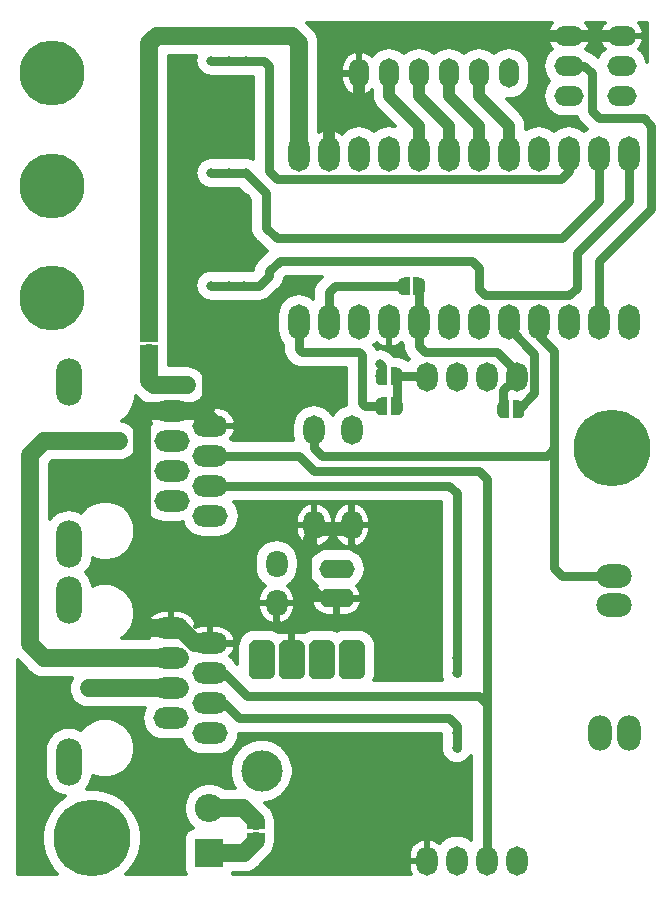
<source format=gbr>
G04 #@! TF.GenerationSoftware,KiCad,Pcbnew,5.1.5+dfsg1-2build2*
G04 #@! TF.CreationDate,2022-10-30T21:30:33+01:00*
G04 #@! TF.ProjectId,basicHiveSensor,62617369-6348-4697-9665-53656e736f72,rev?*
G04 #@! TF.SameCoordinates,Original*
G04 #@! TF.FileFunction,Copper,L2,Bot*
G04 #@! TF.FilePolarity,Positive*
%FSLAX46Y46*%
G04 Gerber Fmt 4.6, Leading zero omitted, Abs format (unit mm)*
G04 Created by KiCad (PCBNEW 5.1.5+dfsg1-2build2) date 2022-10-30 21:30:33*
%MOMM*%
%LPD*%
G04 APERTURE LIST*
%ADD10O,2.000000X3.000000*%
%ADD11O,3.000000X2.000000*%
%ADD12C,0.100000*%
%ADD13O,1.800000X2.300000*%
%ADD14O,2.200000X4.000000*%
%ADD15O,3.000000X1.800000*%
%ADD16O,1.800000X3.000000*%
%ADD17C,6.500000*%
%ADD18C,0.800000*%
%ADD19O,1.700000X2.500000*%
%ADD20C,5.500000*%
%ADD21O,2.500000X1.700000*%
%ADD22O,1.800000X2.500000*%
%ADD23C,3.500000*%
%ADD24O,3.000000X1.600000*%
%ADD25O,2.400000X2.400000*%
%ADD26R,2.400000X2.400000*%
%ADD27C,1.500000*%
%ADD28C,0.800000*%
%ADD29C,1.000000*%
%ADD30C,0.300000*%
G04 APERTURE END LIST*
D10*
X76240000Y-134620000D03*
X78740000Y-134620000D03*
D11*
X77470000Y-123785000D03*
X77470000Y-121285000D03*
G04 #@! TA.AperFunction,SMDPad,CuDef*
D12*
G36*
X37350602Y-100965000D02*
G01*
X37350602Y-100940466D01*
X37355412Y-100891635D01*
X37364984Y-100843510D01*
X37379228Y-100796555D01*
X37398005Y-100751222D01*
X37421136Y-100707949D01*
X37448396Y-100667150D01*
X37479524Y-100629221D01*
X37514221Y-100594524D01*
X37552150Y-100563396D01*
X37592949Y-100536136D01*
X37636222Y-100513005D01*
X37681555Y-100494228D01*
X37728510Y-100479984D01*
X37776635Y-100470412D01*
X37825466Y-100465602D01*
X37850000Y-100465602D01*
X37850000Y-100465000D01*
X38350000Y-100465000D01*
X38350000Y-100465602D01*
X38374534Y-100465602D01*
X38423365Y-100470412D01*
X38471490Y-100479984D01*
X38518445Y-100494228D01*
X38563778Y-100513005D01*
X38607051Y-100536136D01*
X38647850Y-100563396D01*
X38685779Y-100594524D01*
X38720476Y-100629221D01*
X38751604Y-100667150D01*
X38778864Y-100707949D01*
X38801995Y-100751222D01*
X38820772Y-100796555D01*
X38835016Y-100843510D01*
X38844588Y-100891635D01*
X38849398Y-100940466D01*
X38849398Y-100965000D01*
X38850000Y-100965000D01*
X38850000Y-101465000D01*
X37350000Y-101465000D01*
X37350000Y-100965000D01*
X37350602Y-100965000D01*
G37*
G04 #@! TD.AperFunction*
G04 #@! TA.AperFunction,SMDPad,CuDef*
G36*
X38850000Y-101765000D02*
G01*
X38850000Y-102265000D01*
X38849398Y-102265000D01*
X38849398Y-102289534D01*
X38844588Y-102338365D01*
X38835016Y-102386490D01*
X38820772Y-102433445D01*
X38801995Y-102478778D01*
X38778864Y-102522051D01*
X38751604Y-102562850D01*
X38720476Y-102600779D01*
X38685779Y-102635476D01*
X38647850Y-102666604D01*
X38607051Y-102693864D01*
X38563778Y-102716995D01*
X38518445Y-102735772D01*
X38471490Y-102750016D01*
X38423365Y-102759588D01*
X38374534Y-102764398D01*
X38350000Y-102764398D01*
X38350000Y-102765000D01*
X37850000Y-102765000D01*
X37850000Y-102764398D01*
X37825466Y-102764398D01*
X37776635Y-102759588D01*
X37728510Y-102750016D01*
X37681555Y-102735772D01*
X37636222Y-102716995D01*
X37592949Y-102693864D01*
X37552150Y-102666604D01*
X37514221Y-102635476D01*
X37479524Y-102600779D01*
X37448396Y-102562850D01*
X37421136Y-102522051D01*
X37398005Y-102478778D01*
X37379228Y-102433445D01*
X37364984Y-102386490D01*
X37355412Y-102338365D01*
X37350602Y-102289534D01*
X37350602Y-102265000D01*
X37350000Y-102265000D01*
X37350000Y-101765000D01*
X38850000Y-101765000D01*
G37*
G04 #@! TD.AperFunction*
D13*
X48895000Y-120290000D03*
X48895000Y-123590000D03*
D14*
X31312000Y-137022000D03*
X31312000Y-123328000D03*
D15*
X43250000Y-134620000D03*
X39960000Y-133350000D03*
X43250000Y-132080000D03*
X39960000Y-130810000D03*
X43250000Y-129540000D03*
X39960000Y-128270000D03*
X43250000Y-127000000D03*
X39960000Y-125730000D03*
D14*
X31352000Y-118607000D03*
X31352000Y-104913000D03*
D15*
X43290000Y-116205000D03*
X40000000Y-114935000D03*
X43290000Y-113665000D03*
X40000000Y-112395000D03*
X43290000Y-111125000D03*
X40000000Y-109855000D03*
X43290000Y-108585000D03*
X40000000Y-107315000D03*
D16*
X78740000Y-85590000D03*
X76200000Y-85590000D03*
X73660000Y-85590000D03*
X71120000Y-85590000D03*
X68580000Y-85590000D03*
X66040000Y-85590000D03*
X63500000Y-85590000D03*
X60960000Y-85590000D03*
X58420000Y-85590000D03*
X55880000Y-85590000D03*
X53340000Y-85590000D03*
X50800000Y-85590000D03*
X66040000Y-99830000D03*
X60960000Y-99830000D03*
X55880000Y-99830000D03*
X73660000Y-99830000D03*
X68580000Y-99830000D03*
X58420000Y-99830000D03*
X76200000Y-99830000D03*
X53340000Y-99830000D03*
X78740000Y-99830000D03*
X63500000Y-99830000D03*
X50800000Y-99830000D03*
X71120000Y-99830000D03*
D17*
X77250000Y-110500000D03*
D18*
X79500000Y-110500000D03*
X78840990Y-112090990D03*
X75659010Y-108909010D03*
X77250000Y-108250000D03*
X77250000Y-112750000D03*
X75659010Y-112090990D03*
X78840990Y-108909010D03*
X75000000Y-110500000D03*
X33250000Y-141250000D03*
X34840990Y-145090990D03*
X31659010Y-141909010D03*
X31000000Y-143500000D03*
X35500000Y-143500000D03*
X34840990Y-141909010D03*
X31659010Y-145090990D03*
X33250000Y-145750000D03*
D17*
X33250000Y-143500000D03*
D19*
X60960000Y-78740000D03*
X58420000Y-78740000D03*
X55880000Y-78740000D03*
X63500000Y-78740000D03*
X66040000Y-78740000D03*
X68580000Y-78740000D03*
D20*
X29845000Y-97790000D03*
X29845000Y-88265000D03*
X29845000Y-78740000D03*
D21*
X78105000Y-75565000D03*
X78105000Y-78105000D03*
X78105000Y-80645000D03*
X73660000Y-75565000D03*
X73660000Y-78105000D03*
X73660000Y-80645000D03*
D22*
X64155000Y-145415000D03*
X66695000Y-145415000D03*
X61615000Y-145415000D03*
X69235000Y-145415000D03*
X61595000Y-104415000D03*
X64135000Y-104415000D03*
X66675000Y-104415000D03*
X69215000Y-104415000D03*
G04 #@! TA.AperFunction,SMDPad,CuDef*
D12*
G36*
X46367602Y-142225000D02*
G01*
X46367602Y-142200466D01*
X46372412Y-142151635D01*
X46381984Y-142103510D01*
X46396228Y-142056555D01*
X46415005Y-142011222D01*
X46438136Y-141967949D01*
X46465396Y-141927150D01*
X46496524Y-141889221D01*
X46531221Y-141854524D01*
X46569150Y-141823396D01*
X46609949Y-141796136D01*
X46653222Y-141773005D01*
X46698555Y-141754228D01*
X46745510Y-141739984D01*
X46793635Y-141730412D01*
X46842466Y-141725602D01*
X46867000Y-141725602D01*
X46867000Y-141725000D01*
X47367000Y-141725000D01*
X47367000Y-141725602D01*
X47391534Y-141725602D01*
X47440365Y-141730412D01*
X47488490Y-141739984D01*
X47535445Y-141754228D01*
X47580778Y-141773005D01*
X47624051Y-141796136D01*
X47664850Y-141823396D01*
X47702779Y-141854524D01*
X47737476Y-141889221D01*
X47768604Y-141927150D01*
X47795864Y-141967949D01*
X47818995Y-142011222D01*
X47837772Y-142056555D01*
X47852016Y-142103510D01*
X47861588Y-142151635D01*
X47866398Y-142200466D01*
X47866398Y-142225000D01*
X47867000Y-142225000D01*
X47867000Y-142725000D01*
X46367000Y-142725000D01*
X46367000Y-142225000D01*
X46367602Y-142225000D01*
G37*
G04 #@! TD.AperFunction*
G04 #@! TA.AperFunction,SMDPad,CuDef*
G36*
X47867000Y-143025000D02*
G01*
X47867000Y-143525000D01*
X47866398Y-143525000D01*
X47866398Y-143549534D01*
X47861588Y-143598365D01*
X47852016Y-143646490D01*
X47837772Y-143693445D01*
X47818995Y-143738778D01*
X47795864Y-143782051D01*
X47768604Y-143822850D01*
X47737476Y-143860779D01*
X47702779Y-143895476D01*
X47664850Y-143926604D01*
X47624051Y-143953864D01*
X47580778Y-143976995D01*
X47535445Y-143995772D01*
X47488490Y-144010016D01*
X47440365Y-144019588D01*
X47391534Y-144024398D01*
X47367000Y-144024398D01*
X47367000Y-144025000D01*
X46867000Y-144025000D01*
X46867000Y-144024398D01*
X46842466Y-144024398D01*
X46793635Y-144019588D01*
X46745510Y-144010016D01*
X46698555Y-143995772D01*
X46653222Y-143976995D01*
X46609949Y-143953864D01*
X46569150Y-143926604D01*
X46531221Y-143895476D01*
X46496524Y-143860779D01*
X46465396Y-143822850D01*
X46438136Y-143782051D01*
X46415005Y-143738778D01*
X46396228Y-143693445D01*
X46381984Y-143646490D01*
X46372412Y-143598365D01*
X46367602Y-143549534D01*
X46367602Y-143525000D01*
X46367000Y-143525000D01*
X46367000Y-143025000D01*
X47867000Y-143025000D01*
G37*
G04 #@! TD.AperFunction*
D23*
X47625000Y-137795000D03*
G04 #@! TA.AperFunction,ComponentPad*
D12*
G36*
X48228909Y-126737648D02*
G01*
X48282300Y-126745568D01*
X48334657Y-126758683D01*
X48385476Y-126776866D01*
X48434268Y-126799943D01*
X48480564Y-126827692D01*
X48523916Y-126859844D01*
X48563909Y-126896091D01*
X48600156Y-126936084D01*
X48632308Y-126979436D01*
X48660057Y-127025732D01*
X48683134Y-127074524D01*
X48701317Y-127125343D01*
X48714432Y-127177700D01*
X48722352Y-127231091D01*
X48725000Y-127285000D01*
X48725000Y-129485000D01*
X48722352Y-129538909D01*
X48714432Y-129592300D01*
X48701317Y-129644657D01*
X48683134Y-129695476D01*
X48660057Y-129744268D01*
X48632308Y-129790564D01*
X48600156Y-129833916D01*
X48563909Y-129873909D01*
X48523916Y-129910156D01*
X48480564Y-129942308D01*
X48434268Y-129970057D01*
X48385476Y-129993134D01*
X48334657Y-130011317D01*
X48282300Y-130024432D01*
X48228909Y-130032352D01*
X48175000Y-130035000D01*
X47075000Y-130035000D01*
X47021091Y-130032352D01*
X46967700Y-130024432D01*
X46915343Y-130011317D01*
X46864524Y-129993134D01*
X46815732Y-129970057D01*
X46769436Y-129942308D01*
X46726084Y-129910156D01*
X46686091Y-129873909D01*
X46649844Y-129833916D01*
X46617692Y-129790564D01*
X46589943Y-129744268D01*
X46566866Y-129695476D01*
X46548683Y-129644657D01*
X46535568Y-129592300D01*
X46527648Y-129538909D01*
X46525000Y-129485000D01*
X46525000Y-127285000D01*
X46527648Y-127231091D01*
X46535568Y-127177700D01*
X46548683Y-127125343D01*
X46566866Y-127074524D01*
X46589943Y-127025732D01*
X46617692Y-126979436D01*
X46649844Y-126936084D01*
X46686091Y-126896091D01*
X46726084Y-126859844D01*
X46769436Y-126827692D01*
X46815732Y-126799943D01*
X46864524Y-126776866D01*
X46915343Y-126758683D01*
X46967700Y-126745568D01*
X47021091Y-126737648D01*
X47075000Y-126735000D01*
X48175000Y-126735000D01*
X48228909Y-126737648D01*
G37*
G04 #@! TD.AperFunction*
G04 #@! TA.AperFunction,ComponentPad*
G36*
X50768909Y-126737648D02*
G01*
X50822300Y-126745568D01*
X50874657Y-126758683D01*
X50925476Y-126776866D01*
X50974268Y-126799943D01*
X51020564Y-126827692D01*
X51063916Y-126859844D01*
X51103909Y-126896091D01*
X51140156Y-126936084D01*
X51172308Y-126979436D01*
X51200057Y-127025732D01*
X51223134Y-127074524D01*
X51241317Y-127125343D01*
X51254432Y-127177700D01*
X51262352Y-127231091D01*
X51265000Y-127285000D01*
X51265000Y-129485000D01*
X51262352Y-129538909D01*
X51254432Y-129592300D01*
X51241317Y-129644657D01*
X51223134Y-129695476D01*
X51200057Y-129744268D01*
X51172308Y-129790564D01*
X51140156Y-129833916D01*
X51103909Y-129873909D01*
X51063916Y-129910156D01*
X51020564Y-129942308D01*
X50974268Y-129970057D01*
X50925476Y-129993134D01*
X50874657Y-130011317D01*
X50822300Y-130024432D01*
X50768909Y-130032352D01*
X50715000Y-130035000D01*
X49615000Y-130035000D01*
X49561091Y-130032352D01*
X49507700Y-130024432D01*
X49455343Y-130011317D01*
X49404524Y-129993134D01*
X49355732Y-129970057D01*
X49309436Y-129942308D01*
X49266084Y-129910156D01*
X49226091Y-129873909D01*
X49189844Y-129833916D01*
X49157692Y-129790564D01*
X49129943Y-129744268D01*
X49106866Y-129695476D01*
X49088683Y-129644657D01*
X49075568Y-129592300D01*
X49067648Y-129538909D01*
X49065000Y-129485000D01*
X49065000Y-127285000D01*
X49067648Y-127231091D01*
X49075568Y-127177700D01*
X49088683Y-127125343D01*
X49106866Y-127074524D01*
X49129943Y-127025732D01*
X49157692Y-126979436D01*
X49189844Y-126936084D01*
X49226091Y-126896091D01*
X49266084Y-126859844D01*
X49309436Y-126827692D01*
X49355732Y-126799943D01*
X49404524Y-126776866D01*
X49455343Y-126758683D01*
X49507700Y-126745568D01*
X49561091Y-126737648D01*
X49615000Y-126735000D01*
X50715000Y-126735000D01*
X50768909Y-126737648D01*
G37*
G04 #@! TD.AperFunction*
G04 #@! TA.AperFunction,ComponentPad*
G36*
X53308909Y-126737648D02*
G01*
X53362300Y-126745568D01*
X53414657Y-126758683D01*
X53465476Y-126776866D01*
X53514268Y-126799943D01*
X53560564Y-126827692D01*
X53603916Y-126859844D01*
X53643909Y-126896091D01*
X53680156Y-126936084D01*
X53712308Y-126979436D01*
X53740057Y-127025732D01*
X53763134Y-127074524D01*
X53781317Y-127125343D01*
X53794432Y-127177700D01*
X53802352Y-127231091D01*
X53805000Y-127285000D01*
X53805000Y-129485000D01*
X53802352Y-129538909D01*
X53794432Y-129592300D01*
X53781317Y-129644657D01*
X53763134Y-129695476D01*
X53740057Y-129744268D01*
X53712308Y-129790564D01*
X53680156Y-129833916D01*
X53643909Y-129873909D01*
X53603916Y-129910156D01*
X53560564Y-129942308D01*
X53514268Y-129970057D01*
X53465476Y-129993134D01*
X53414657Y-130011317D01*
X53362300Y-130024432D01*
X53308909Y-130032352D01*
X53255000Y-130035000D01*
X52155000Y-130035000D01*
X52101091Y-130032352D01*
X52047700Y-130024432D01*
X51995343Y-130011317D01*
X51944524Y-129993134D01*
X51895732Y-129970057D01*
X51849436Y-129942308D01*
X51806084Y-129910156D01*
X51766091Y-129873909D01*
X51729844Y-129833916D01*
X51697692Y-129790564D01*
X51669943Y-129744268D01*
X51646866Y-129695476D01*
X51628683Y-129644657D01*
X51615568Y-129592300D01*
X51607648Y-129538909D01*
X51605000Y-129485000D01*
X51605000Y-127285000D01*
X51607648Y-127231091D01*
X51615568Y-127177700D01*
X51628683Y-127125343D01*
X51646866Y-127074524D01*
X51669943Y-127025732D01*
X51697692Y-126979436D01*
X51729844Y-126936084D01*
X51766091Y-126896091D01*
X51806084Y-126859844D01*
X51849436Y-126827692D01*
X51895732Y-126799943D01*
X51944524Y-126776866D01*
X51995343Y-126758683D01*
X52047700Y-126745568D01*
X52101091Y-126737648D01*
X52155000Y-126735000D01*
X53255000Y-126735000D01*
X53308909Y-126737648D01*
G37*
G04 #@! TD.AperFunction*
G04 #@! TA.AperFunction,ComponentPad*
G36*
X55848909Y-126737648D02*
G01*
X55902300Y-126745568D01*
X55954657Y-126758683D01*
X56005476Y-126776866D01*
X56054268Y-126799943D01*
X56100564Y-126827692D01*
X56143916Y-126859844D01*
X56183909Y-126896091D01*
X56220156Y-126936084D01*
X56252308Y-126979436D01*
X56280057Y-127025732D01*
X56303134Y-127074524D01*
X56321317Y-127125343D01*
X56334432Y-127177700D01*
X56342352Y-127231091D01*
X56345000Y-127285000D01*
X56345000Y-129485000D01*
X56342352Y-129538909D01*
X56334432Y-129592300D01*
X56321317Y-129644657D01*
X56303134Y-129695476D01*
X56280057Y-129744268D01*
X56252308Y-129790564D01*
X56220156Y-129833916D01*
X56183909Y-129873909D01*
X56143916Y-129910156D01*
X56100564Y-129942308D01*
X56054268Y-129970057D01*
X56005476Y-129993134D01*
X55954657Y-130011317D01*
X55902300Y-130024432D01*
X55848909Y-130032352D01*
X55795000Y-130035000D01*
X54695000Y-130035000D01*
X54641091Y-130032352D01*
X54587700Y-130024432D01*
X54535343Y-130011317D01*
X54484524Y-129993134D01*
X54435732Y-129970057D01*
X54389436Y-129942308D01*
X54346084Y-129910156D01*
X54306091Y-129873909D01*
X54269844Y-129833916D01*
X54237692Y-129790564D01*
X54209943Y-129744268D01*
X54186866Y-129695476D01*
X54168683Y-129644657D01*
X54155568Y-129592300D01*
X54147648Y-129538909D01*
X54145000Y-129485000D01*
X54145000Y-127285000D01*
X54147648Y-127231091D01*
X54155568Y-127177700D01*
X54168683Y-127125343D01*
X54186866Y-127074524D01*
X54209943Y-127025732D01*
X54237692Y-126979436D01*
X54269844Y-126936084D01*
X54306091Y-126896091D01*
X54346084Y-126859844D01*
X54389436Y-126827692D01*
X54435732Y-126799943D01*
X54484524Y-126776866D01*
X54535343Y-126758683D01*
X54587700Y-126745568D01*
X54641091Y-126737648D01*
X54695000Y-126735000D01*
X55795000Y-126735000D01*
X55848909Y-126737648D01*
G37*
G04 #@! TD.AperFunction*
G04 #@! TA.AperFunction,SMDPad,CuDef*
G36*
X57755000Y-107683398D02*
G01*
X57730466Y-107683398D01*
X57681635Y-107678588D01*
X57633510Y-107669016D01*
X57586555Y-107654772D01*
X57541222Y-107635995D01*
X57497949Y-107612864D01*
X57457150Y-107585604D01*
X57419221Y-107554476D01*
X57384524Y-107519779D01*
X57353396Y-107481850D01*
X57326136Y-107441051D01*
X57303005Y-107397778D01*
X57284228Y-107352445D01*
X57269984Y-107305490D01*
X57260412Y-107257365D01*
X57255602Y-107208534D01*
X57255602Y-107184000D01*
X57255000Y-107184000D01*
X57255000Y-106684000D01*
X57255602Y-106684000D01*
X57255602Y-106659466D01*
X57260412Y-106610635D01*
X57269984Y-106562510D01*
X57284228Y-106515555D01*
X57303005Y-106470222D01*
X57326136Y-106426949D01*
X57353396Y-106386150D01*
X57384524Y-106348221D01*
X57419221Y-106313524D01*
X57457150Y-106282396D01*
X57497949Y-106255136D01*
X57541222Y-106232005D01*
X57586555Y-106213228D01*
X57633510Y-106198984D01*
X57681635Y-106189412D01*
X57730466Y-106184602D01*
X57755000Y-106184602D01*
X57755000Y-106184000D01*
X58255000Y-106184000D01*
X58255000Y-107684000D01*
X57755000Y-107684000D01*
X57755000Y-107683398D01*
G37*
G04 #@! TD.AperFunction*
G04 #@! TA.AperFunction,SMDPad,CuDef*
G36*
X58555000Y-106184000D02*
G01*
X59055000Y-106184000D01*
X59055000Y-106184602D01*
X59079534Y-106184602D01*
X59128365Y-106189412D01*
X59176490Y-106198984D01*
X59223445Y-106213228D01*
X59268778Y-106232005D01*
X59312051Y-106255136D01*
X59352850Y-106282396D01*
X59390779Y-106313524D01*
X59425476Y-106348221D01*
X59456604Y-106386150D01*
X59483864Y-106426949D01*
X59506995Y-106470222D01*
X59525772Y-106515555D01*
X59540016Y-106562510D01*
X59549588Y-106610635D01*
X59554398Y-106659466D01*
X59554398Y-106684000D01*
X59555000Y-106684000D01*
X59555000Y-107184000D01*
X59554398Y-107184000D01*
X59554398Y-107208534D01*
X59549588Y-107257365D01*
X59540016Y-107305490D01*
X59525772Y-107352445D01*
X59506995Y-107397778D01*
X59483864Y-107441051D01*
X59456604Y-107481850D01*
X59425476Y-107519779D01*
X59390779Y-107554476D01*
X59352850Y-107585604D01*
X59312051Y-107612864D01*
X59268778Y-107635995D01*
X59223445Y-107654772D01*
X59176490Y-107669016D01*
X59128365Y-107678588D01*
X59079534Y-107683398D01*
X59055000Y-107683398D01*
X59055000Y-107684000D01*
X58555000Y-107684000D01*
X58555000Y-106184000D01*
G37*
G04 #@! TD.AperFunction*
G04 #@! TA.AperFunction,SMDPad,CuDef*
G36*
X59660000Y-97523398D02*
G01*
X59635466Y-97523398D01*
X59586635Y-97518588D01*
X59538510Y-97509016D01*
X59491555Y-97494772D01*
X59446222Y-97475995D01*
X59402949Y-97452864D01*
X59362150Y-97425604D01*
X59324221Y-97394476D01*
X59289524Y-97359779D01*
X59258396Y-97321850D01*
X59231136Y-97281051D01*
X59208005Y-97237778D01*
X59189228Y-97192445D01*
X59174984Y-97145490D01*
X59165412Y-97097365D01*
X59160602Y-97048534D01*
X59160602Y-97024000D01*
X59160000Y-97024000D01*
X59160000Y-96524000D01*
X59160602Y-96524000D01*
X59160602Y-96499466D01*
X59165412Y-96450635D01*
X59174984Y-96402510D01*
X59189228Y-96355555D01*
X59208005Y-96310222D01*
X59231136Y-96266949D01*
X59258396Y-96226150D01*
X59289524Y-96188221D01*
X59324221Y-96153524D01*
X59362150Y-96122396D01*
X59402949Y-96095136D01*
X59446222Y-96072005D01*
X59491555Y-96053228D01*
X59538510Y-96038984D01*
X59586635Y-96029412D01*
X59635466Y-96024602D01*
X59660000Y-96024602D01*
X59660000Y-96024000D01*
X60160000Y-96024000D01*
X60160000Y-97524000D01*
X59660000Y-97524000D01*
X59660000Y-97523398D01*
G37*
G04 #@! TD.AperFunction*
G04 #@! TA.AperFunction,SMDPad,CuDef*
G36*
X60460000Y-96024000D02*
G01*
X60960000Y-96024000D01*
X60960000Y-96024602D01*
X60984534Y-96024602D01*
X61033365Y-96029412D01*
X61081490Y-96038984D01*
X61128445Y-96053228D01*
X61173778Y-96072005D01*
X61217051Y-96095136D01*
X61257850Y-96122396D01*
X61295779Y-96153524D01*
X61330476Y-96188221D01*
X61361604Y-96226150D01*
X61388864Y-96266949D01*
X61411995Y-96310222D01*
X61430772Y-96355555D01*
X61445016Y-96402510D01*
X61454588Y-96450635D01*
X61459398Y-96499466D01*
X61459398Y-96524000D01*
X61460000Y-96524000D01*
X61460000Y-97024000D01*
X61459398Y-97024000D01*
X61459398Y-97048534D01*
X61454588Y-97097365D01*
X61445016Y-97145490D01*
X61430772Y-97192445D01*
X61411995Y-97237778D01*
X61388864Y-97281051D01*
X61361604Y-97321850D01*
X61330476Y-97359779D01*
X61295779Y-97394476D01*
X61257850Y-97425604D01*
X61217051Y-97452864D01*
X61173778Y-97475995D01*
X61128445Y-97494772D01*
X61081490Y-97509016D01*
X61033365Y-97518588D01*
X60984534Y-97523398D01*
X60960000Y-97523398D01*
X60960000Y-97524000D01*
X60460000Y-97524000D01*
X60460000Y-96024000D01*
G37*
G04 #@! TD.AperFunction*
G04 #@! TA.AperFunction,SMDPad,CuDef*
G36*
X59070000Y-103644602D02*
G01*
X59094534Y-103644602D01*
X59143365Y-103649412D01*
X59191490Y-103658984D01*
X59238445Y-103673228D01*
X59283778Y-103692005D01*
X59327051Y-103715136D01*
X59367850Y-103742396D01*
X59405779Y-103773524D01*
X59440476Y-103808221D01*
X59471604Y-103846150D01*
X59498864Y-103886949D01*
X59521995Y-103930222D01*
X59540772Y-103975555D01*
X59555016Y-104022510D01*
X59564588Y-104070635D01*
X59569398Y-104119466D01*
X59569398Y-104144000D01*
X59570000Y-104144000D01*
X59570000Y-104644000D01*
X59569398Y-104644000D01*
X59569398Y-104668534D01*
X59564588Y-104717365D01*
X59555016Y-104765490D01*
X59540772Y-104812445D01*
X59521995Y-104857778D01*
X59498864Y-104901051D01*
X59471604Y-104941850D01*
X59440476Y-104979779D01*
X59405779Y-105014476D01*
X59367850Y-105045604D01*
X59327051Y-105072864D01*
X59283778Y-105095995D01*
X59238445Y-105114772D01*
X59191490Y-105129016D01*
X59143365Y-105138588D01*
X59094534Y-105143398D01*
X59070000Y-105143398D01*
X59070000Y-105144000D01*
X58570000Y-105144000D01*
X58570000Y-103644000D01*
X59070000Y-103644000D01*
X59070000Y-103644602D01*
G37*
G04 #@! TD.AperFunction*
G04 #@! TA.AperFunction,SMDPad,CuDef*
G36*
X58270000Y-105144000D02*
G01*
X57770000Y-105144000D01*
X57770000Y-105143398D01*
X57745466Y-105143398D01*
X57696635Y-105138588D01*
X57648510Y-105129016D01*
X57601555Y-105114772D01*
X57556222Y-105095995D01*
X57512949Y-105072864D01*
X57472150Y-105045604D01*
X57434221Y-105014476D01*
X57399524Y-104979779D01*
X57368396Y-104941850D01*
X57341136Y-104901051D01*
X57318005Y-104857778D01*
X57299228Y-104812445D01*
X57284984Y-104765490D01*
X57275412Y-104717365D01*
X57270602Y-104668534D01*
X57270602Y-104644000D01*
X57270000Y-104644000D01*
X57270000Y-104144000D01*
X57270602Y-104144000D01*
X57270602Y-104119466D01*
X57275412Y-104070635D01*
X57284984Y-104022510D01*
X57299228Y-103975555D01*
X57318005Y-103930222D01*
X57341136Y-103886949D01*
X57368396Y-103846150D01*
X57399524Y-103808221D01*
X57434221Y-103773524D01*
X57472150Y-103742396D01*
X57512949Y-103715136D01*
X57556222Y-103692005D01*
X57601555Y-103673228D01*
X57648510Y-103658984D01*
X57696635Y-103649412D01*
X57745466Y-103644602D01*
X57770000Y-103644602D01*
X57770000Y-103644000D01*
X58270000Y-103644000D01*
X58270000Y-105144000D01*
G37*
G04 #@! TD.AperFunction*
G04 #@! TA.AperFunction,SMDPad,CuDef*
G36*
X68072000Y-107937398D02*
G01*
X68047466Y-107937398D01*
X67998635Y-107932588D01*
X67950510Y-107923016D01*
X67903555Y-107908772D01*
X67858222Y-107889995D01*
X67814949Y-107866864D01*
X67774150Y-107839604D01*
X67736221Y-107808476D01*
X67701524Y-107773779D01*
X67670396Y-107735850D01*
X67643136Y-107695051D01*
X67620005Y-107651778D01*
X67601228Y-107606445D01*
X67586984Y-107559490D01*
X67577412Y-107511365D01*
X67572602Y-107462534D01*
X67572602Y-107438000D01*
X67572000Y-107438000D01*
X67572000Y-106938000D01*
X67572602Y-106938000D01*
X67572602Y-106913466D01*
X67577412Y-106864635D01*
X67586984Y-106816510D01*
X67601228Y-106769555D01*
X67620005Y-106724222D01*
X67643136Y-106680949D01*
X67670396Y-106640150D01*
X67701524Y-106602221D01*
X67736221Y-106567524D01*
X67774150Y-106536396D01*
X67814949Y-106509136D01*
X67858222Y-106486005D01*
X67903555Y-106467228D01*
X67950510Y-106452984D01*
X67998635Y-106443412D01*
X68047466Y-106438602D01*
X68072000Y-106438602D01*
X68072000Y-106438000D01*
X68572000Y-106438000D01*
X68572000Y-107938000D01*
X68072000Y-107938000D01*
X68072000Y-107937398D01*
G37*
G04 #@! TD.AperFunction*
G04 #@! TA.AperFunction,SMDPad,CuDef*
G36*
X68872000Y-106438000D02*
G01*
X69372000Y-106438000D01*
X69372000Y-106438602D01*
X69396534Y-106438602D01*
X69445365Y-106443412D01*
X69493490Y-106452984D01*
X69540445Y-106467228D01*
X69585778Y-106486005D01*
X69629051Y-106509136D01*
X69669850Y-106536396D01*
X69707779Y-106567524D01*
X69742476Y-106602221D01*
X69773604Y-106640150D01*
X69800864Y-106680949D01*
X69823995Y-106724222D01*
X69842772Y-106769555D01*
X69857016Y-106816510D01*
X69866588Y-106864635D01*
X69871398Y-106913466D01*
X69871398Y-106938000D01*
X69872000Y-106938000D01*
X69872000Y-107438000D01*
X69871398Y-107438000D01*
X69871398Y-107462534D01*
X69866588Y-107511365D01*
X69857016Y-107559490D01*
X69842772Y-107606445D01*
X69823995Y-107651778D01*
X69800864Y-107695051D01*
X69773604Y-107735850D01*
X69742476Y-107773779D01*
X69707779Y-107808476D01*
X69669850Y-107839604D01*
X69629051Y-107866864D01*
X69585778Y-107889995D01*
X69540445Y-107908772D01*
X69493490Y-107923016D01*
X69445365Y-107932588D01*
X69396534Y-107937398D01*
X69372000Y-107937398D01*
X69372000Y-107938000D01*
X68872000Y-107938000D01*
X68872000Y-106438000D01*
G37*
G04 #@! TD.AperFunction*
D24*
X53975000Y-123190000D03*
X53975000Y-120690000D03*
D25*
X43180000Y-140970000D03*
D26*
X43180000Y-144780000D03*
D22*
X55245000Y-108975000D03*
X55245000Y-116975000D03*
X52070000Y-108975000D03*
X52070000Y-116975000D03*
D18*
X43370500Y-100965000D03*
X44831000Y-100965000D03*
X46291500Y-100965000D03*
X43370500Y-98806000D03*
X44831000Y-98806000D03*
X46291500Y-98806000D03*
X43370500Y-91440000D03*
X44831000Y-91440000D03*
X46291500Y-91440000D03*
X43370500Y-89281000D03*
X44831000Y-89281000D03*
X46291500Y-89281000D03*
X43370500Y-81915000D03*
X44831000Y-81915000D03*
X46291500Y-81915000D03*
X43370500Y-79756000D03*
X44831000Y-79756000D03*
X46291500Y-79756000D03*
X62230000Y-115570000D03*
X62230000Y-116840000D03*
X60960000Y-116840000D03*
X60960000Y-115570000D03*
X40005000Y-118745000D03*
X41275000Y-118745000D03*
X41275000Y-120015000D03*
X40005000Y-120015000D03*
X55245000Y-135255000D03*
X56515000Y-135255000D03*
X56515000Y-136525000D03*
X55245000Y-136525000D03*
X55245000Y-145415000D03*
X55245000Y-144145000D03*
X56515000Y-144145000D03*
X56515000Y-145415000D03*
X50165000Y-142240000D03*
X50165000Y-140970000D03*
X50165000Y-139700000D03*
X61615000Y-129520000D03*
X60325000Y-129540000D03*
X59055000Y-129540000D03*
X70485000Y-75565000D03*
X69215000Y-75565000D03*
X67945000Y-75565000D03*
X53975000Y-75565000D03*
X55245000Y-75565000D03*
X56515000Y-75565000D03*
X64135000Y-129540000D03*
X64155000Y-134600000D03*
X64135000Y-128270000D03*
X64155000Y-135870000D03*
X38100000Y-104775000D03*
X39624000Y-105156000D03*
X41275000Y-105156000D03*
X35560000Y-109855000D03*
X34290000Y-109855000D03*
X33020000Y-109855000D03*
X35560000Y-130810000D03*
X34290000Y-130810000D03*
X33020000Y-130810000D03*
X44831000Y-96710500D03*
X46164500Y-96710500D03*
X43370500Y-96710500D03*
X44831000Y-87185500D03*
X46291500Y-87185500D03*
X43370500Y-87185500D03*
X43370500Y-77660500D03*
X46291500Y-77660500D03*
X44831000Y-77660500D03*
X57658000Y-104394000D03*
X57658000Y-103378000D03*
D27*
X46291500Y-98806000D02*
X43370500Y-98806000D01*
X43370500Y-98806000D02*
X43370500Y-106489500D01*
X42545000Y-107315000D02*
X40750000Y-107315000D01*
X43370500Y-106489500D02*
X42545000Y-107315000D01*
X43290000Y-108060000D02*
X42545000Y-107315000D01*
X43290000Y-108585000D02*
X43290000Y-108060000D01*
D28*
X46291500Y-100965000D02*
X41910000Y-100965000D01*
X41910000Y-100965000D02*
X41275000Y-100330000D01*
X41275000Y-100330000D02*
X41275000Y-99060000D01*
X41529000Y-98806000D02*
X46291500Y-98806000D01*
X41275000Y-99060000D02*
X41529000Y-98806000D01*
X46291500Y-91440000D02*
X41910000Y-91440000D01*
X41910000Y-91440000D02*
X41275000Y-90805000D01*
X41275000Y-90805000D02*
X41275000Y-89535000D01*
X41529000Y-89281000D02*
X46291500Y-89281000D01*
X41275000Y-89535000D02*
X41529000Y-89281000D01*
X41529000Y-79756000D02*
X46291500Y-79756000D01*
X41275000Y-80010000D02*
X41529000Y-79756000D01*
X41275000Y-81280000D02*
X41275000Y-80010000D01*
X41910000Y-81915000D02*
X41275000Y-81280000D01*
X46291500Y-81915000D02*
X41910000Y-81915000D01*
X41275000Y-92075000D02*
X41910000Y-91440000D01*
X41275000Y-99060000D02*
X41275000Y-92075000D01*
X41275000Y-82550000D02*
X41910000Y-81915000D01*
X41275000Y-89535000D02*
X41275000Y-82550000D01*
D27*
X41980000Y-127000000D02*
X40710000Y-125730000D01*
X43250000Y-127000000D02*
X41980000Y-127000000D01*
X40710000Y-125730000D02*
X38100000Y-125730000D01*
X38100000Y-125730000D02*
X37465000Y-125095000D01*
X37465000Y-125095000D02*
X37465000Y-107950000D01*
X37465000Y-107950000D02*
X38100000Y-107315000D01*
X38100000Y-107315000D02*
X40750000Y-107315000D01*
D29*
X78105000Y-75565000D02*
X73660000Y-75565000D01*
X73660000Y-75565000D02*
X70485000Y-75565000D01*
X53975000Y-75565000D02*
X53340000Y-76200000D01*
X53340000Y-82550000D02*
X53340000Y-85090000D01*
X55880000Y-78740000D02*
X55880000Y-80645000D01*
X55880000Y-80645000D02*
X55245000Y-81280000D01*
X55245000Y-81280000D02*
X53340000Y-81280000D01*
X53340000Y-81280000D02*
X53340000Y-82550000D01*
X53340000Y-76200000D02*
X53340000Y-81280000D01*
D28*
X51435000Y-118110000D02*
X52070000Y-117475000D01*
X51435000Y-121920000D02*
X51435000Y-118110000D01*
X52705000Y-123190000D02*
X51435000Y-121920000D01*
X53975000Y-123190000D02*
X52705000Y-123190000D01*
X52070000Y-117475000D02*
X55245000Y-117475000D01*
D29*
X70485000Y-75565000D02*
X69215000Y-75565000D01*
X69215000Y-75565000D02*
X67945000Y-75565000D01*
X67945000Y-75565000D02*
X56515000Y-75565000D01*
X53975000Y-75565000D02*
X53975000Y-75565000D01*
X55245000Y-75565000D02*
X53975000Y-75565000D01*
X56515000Y-75565000D02*
X55245000Y-75565000D01*
D28*
X43250000Y-132080000D02*
X44450000Y-132080000D01*
X44450000Y-132080000D02*
X45720000Y-133350000D01*
X45720000Y-133350000D02*
X63500000Y-133350000D01*
X64155000Y-134005000D02*
X64155000Y-134600000D01*
X63500000Y-133350000D02*
X64155000Y-134005000D01*
X64135000Y-129540000D02*
X64135000Y-129540000D01*
X64155000Y-134600000D02*
X64155000Y-135870000D01*
X64135000Y-114300000D02*
X64135000Y-128905000D01*
X63500000Y-113665000D02*
X64135000Y-114300000D01*
X43290000Y-113665000D02*
X63500000Y-113665000D01*
X64135000Y-128905000D02*
X64135000Y-129540000D01*
X64135000Y-128270000D02*
X64135000Y-128905000D01*
X64135000Y-129540000D02*
X64135000Y-128270000D01*
X43250000Y-129540000D02*
X44450000Y-129540000D01*
X44450000Y-129540000D02*
X46355000Y-131445000D01*
X46355000Y-131445000D02*
X66040000Y-131445000D01*
X66040000Y-131445000D02*
X66695000Y-132100000D01*
X66695000Y-132100000D02*
X66695000Y-132695000D01*
X66695000Y-132695000D02*
X66695000Y-145415000D01*
X66695000Y-113050000D02*
X66695000Y-132100000D01*
X66040000Y-112395000D02*
X66695000Y-113050000D01*
X52070000Y-112395000D02*
X66040000Y-112395000D01*
X50800000Y-111125000D02*
X52070000Y-112395000D01*
X43290000Y-111125000D02*
X50800000Y-111125000D01*
X61574000Y-104394000D02*
X61595000Y-104415000D01*
X59070000Y-104394000D02*
X61574000Y-104394000D01*
X59055000Y-104409000D02*
X59070000Y-104394000D01*
X59055000Y-106934000D02*
X59055000Y-104409000D01*
X68072000Y-105558000D02*
X68072000Y-107188000D01*
X69215000Y-104415000D02*
X68072000Y-105558000D01*
X69215000Y-104065000D02*
X69215000Y-104415000D01*
X67515000Y-102365000D02*
X69215000Y-104065000D01*
X61471000Y-102365000D02*
X67515000Y-102365000D01*
X60960000Y-101854000D02*
X61471000Y-102365000D01*
X60960000Y-100330000D02*
X60960000Y-101854000D01*
X60960000Y-100330000D02*
X60960000Y-96774000D01*
D27*
X46012010Y-140970000D02*
X47117000Y-142074990D01*
X43180000Y-140970000D02*
X46012010Y-140970000D01*
X41275000Y-105156000D02*
X39624000Y-105156000D01*
X38100000Y-104775000D02*
X38100000Y-102415010D01*
X38481000Y-105156000D02*
X38100000Y-104775000D01*
X39624000Y-105156000D02*
X38481000Y-105156000D01*
X40710000Y-128270000D02*
X29210000Y-128270000D01*
X27993384Y-111071616D02*
X29210000Y-109855000D01*
X27993384Y-127053384D02*
X27993384Y-111071616D01*
X29210000Y-128270000D02*
X27993384Y-127053384D01*
X29210000Y-109855000D02*
X33020000Y-109855000D01*
X35560000Y-109855000D02*
X35560000Y-109855000D01*
X34290000Y-109855000D02*
X35560000Y-109855000D01*
X33020000Y-109855000D02*
X34290000Y-109855000D01*
X46111999Y-144780000D02*
X47117000Y-143774999D01*
X43180000Y-144780000D02*
X46111999Y-144780000D01*
X40710000Y-130810000D02*
X33020000Y-130810000D01*
D28*
X46164500Y-96710500D02*
X43370500Y-96710500D01*
X47434500Y-96710500D02*
X46164500Y-96710500D01*
X48260000Y-95504000D02*
X48260000Y-95885000D01*
X49149000Y-94615000D02*
X48260000Y-95504000D01*
X65405000Y-94615000D02*
X49149000Y-94615000D01*
X66040000Y-95250000D02*
X65405000Y-94615000D01*
X66040000Y-97028000D02*
X66040000Y-95250000D01*
X73660000Y-97536000D02*
X66548000Y-97536000D01*
X74295000Y-96901000D02*
X73660000Y-97536000D01*
X66548000Y-97536000D02*
X66040000Y-97028000D01*
X74295000Y-93980000D02*
X74295000Y-96901000D01*
X48260000Y-95885000D02*
X47434500Y-96710500D01*
X78740000Y-89535000D02*
X74295000Y-93980000D01*
X78740000Y-85090000D02*
X78740000Y-89535000D01*
X43370500Y-87185500D02*
X46291500Y-87185500D01*
X48006000Y-91821000D02*
X48006000Y-88900000D01*
X48895000Y-92710000D02*
X48006000Y-91821000D01*
X73025000Y-92710000D02*
X48895000Y-92710000D01*
X48006000Y-88900000D02*
X46291500Y-87185500D01*
X76200000Y-89535000D02*
X73025000Y-92710000D01*
X76200000Y-85090000D02*
X76200000Y-89535000D01*
X43370500Y-77660500D02*
X47815500Y-77660500D01*
X47815500Y-77660500D02*
X48260000Y-78105000D01*
X48260000Y-78105000D02*
X48260000Y-86995000D01*
X48955010Y-87690010D02*
X72964990Y-87690010D01*
X48260000Y-86995000D02*
X48955010Y-87690010D01*
X73660000Y-86995000D02*
X73660000Y-85090000D01*
X72964990Y-87690010D02*
X73660000Y-86995000D01*
X53848000Y-96774000D02*
X59660000Y-96774000D01*
X53340000Y-97282000D02*
X53848000Y-96774000D01*
X53340000Y-100330000D02*
X53340000Y-97282000D01*
X50800000Y-100330000D02*
X50800000Y-102108000D01*
X50800000Y-102108000D02*
X51054000Y-102362000D01*
X51054000Y-102362000D02*
X55880000Y-102362000D01*
X55880000Y-102362000D02*
X56134000Y-102616000D01*
X56134000Y-102616000D02*
X56134000Y-106680000D01*
X56388000Y-106934000D02*
X57755000Y-106934000D01*
X56134000Y-106680000D02*
X56388000Y-106934000D01*
X70715010Y-102465010D02*
X68580000Y-100330000D01*
X70715010Y-105844990D02*
X70715010Y-102465010D01*
X69372000Y-107188000D02*
X70715010Y-105844990D01*
X57770000Y-103490000D02*
X57658000Y-103378000D01*
X57770000Y-104394000D02*
X57770000Y-103490000D01*
X74930000Y-78105000D02*
X73660000Y-78105000D01*
X76200000Y-82550000D02*
X75565000Y-81915000D01*
X80010000Y-82550000D02*
X76200000Y-82550000D01*
X80624990Y-83164990D02*
X80010000Y-82550000D01*
X75565000Y-81915000D02*
X75565000Y-78740000D01*
X76200000Y-94615000D02*
X80624990Y-90190010D01*
X75565000Y-78740000D02*
X74930000Y-78105000D01*
X80624990Y-90190010D02*
X80624990Y-83164990D01*
X76200000Y-100330000D02*
X76200000Y-94615000D01*
X71120000Y-100330000D02*
X71120000Y-100965000D01*
X71120000Y-100965000D02*
X72390000Y-102235000D01*
X73025000Y-121285000D02*
X77470000Y-121285000D01*
X72390000Y-120650000D02*
X73025000Y-121285000D01*
X52070000Y-108475000D02*
X52070000Y-110490000D01*
X52070000Y-110490000D02*
X52705000Y-111125000D01*
X71755000Y-111125000D02*
X72390000Y-110490000D01*
X52705000Y-111125000D02*
X71755000Y-111125000D01*
X72390000Y-110490000D02*
X72390000Y-120650000D01*
X72390000Y-102235000D02*
X72390000Y-110490000D01*
D29*
X66040000Y-78740000D02*
X66040000Y-80645000D01*
X66040000Y-80645000D02*
X68580000Y-83185000D01*
X68580000Y-83185000D02*
X68580000Y-85090000D01*
X63500000Y-78740000D02*
X63500000Y-80645000D01*
X63500000Y-80645000D02*
X66040000Y-83185000D01*
X66040000Y-83185000D02*
X66040000Y-85090000D01*
X60960000Y-78740000D02*
X60960000Y-80645000D01*
X60960000Y-80645000D02*
X63500000Y-83185000D01*
X63500000Y-83185000D02*
X63500000Y-85090000D01*
X58420000Y-80645000D02*
X58420000Y-78740000D01*
X60960000Y-83185000D02*
X58420000Y-80645000D01*
X60960000Y-85090000D02*
X60960000Y-83185000D01*
D27*
X38735000Y-75565000D02*
X38100000Y-76200000D01*
X38100000Y-76200000D02*
X38100000Y-100715000D01*
X50165000Y-75565000D02*
X38735000Y-75565000D01*
X50800000Y-76200000D02*
X50165000Y-75565000D01*
X50800000Y-85090000D02*
X50800000Y-76200000D01*
D30*
G36*
X27948872Y-129413035D02*
G01*
X28002103Y-129477897D01*
X28066965Y-129531128D01*
X28066969Y-129531132D01*
X28260960Y-129690337D01*
X28393886Y-129761387D01*
X28556291Y-129848194D01*
X28876742Y-129945402D01*
X29126490Y-129970000D01*
X29126500Y-129970000D01*
X29210000Y-129978224D01*
X29293500Y-129970000D01*
X31541381Y-129970000D01*
X31441806Y-130156291D01*
X31344598Y-130476742D01*
X31311775Y-130810000D01*
X31344598Y-131143258D01*
X31441806Y-131463709D01*
X31599663Y-131759039D01*
X31812103Y-132017897D01*
X32070961Y-132230337D01*
X32366291Y-132388194D01*
X32686742Y-132485402D01*
X32936490Y-132510000D01*
X37711297Y-132510000D01*
X37642553Y-132638610D01*
X37536768Y-132987337D01*
X37501049Y-133350000D01*
X37536768Y-133712663D01*
X37642553Y-134061390D01*
X37814339Y-134382778D01*
X38045523Y-134664477D01*
X38327222Y-134895661D01*
X38648610Y-135067447D01*
X38997337Y-135173232D01*
X39269118Y-135200000D01*
X40650882Y-135200000D01*
X40885681Y-135176874D01*
X40932553Y-135331390D01*
X41104339Y-135652778D01*
X41335523Y-135934477D01*
X41617222Y-136165661D01*
X41938610Y-136337447D01*
X42287337Y-136443232D01*
X42559118Y-136470000D01*
X43940882Y-136470000D01*
X44212663Y-136443232D01*
X44561390Y-136337447D01*
X44882778Y-136165661D01*
X45164477Y-135934477D01*
X45395661Y-135652778D01*
X45567447Y-135331390D01*
X45673232Y-134982663D01*
X45700617Y-134704622D01*
X45719999Y-134706531D01*
X45786310Y-134700000D01*
X62805000Y-134700000D01*
X62805000Y-136002963D01*
X62818001Y-136068322D01*
X62824533Y-136134646D01*
X62843879Y-136198422D01*
X62856880Y-136263780D01*
X62882382Y-136325348D01*
X62901728Y-136389122D01*
X62933142Y-136447894D01*
X62958646Y-136509465D01*
X62995673Y-136564880D01*
X63027086Y-136623649D01*
X63069359Y-136675159D01*
X63106387Y-136730575D01*
X63153514Y-136777702D01*
X63195788Y-136829213D01*
X63247299Y-136871487D01*
X63294425Y-136918613D01*
X63349840Y-136955640D01*
X63401352Y-136997915D01*
X63460122Y-137029328D01*
X63515535Y-137066354D01*
X63577108Y-137091858D01*
X63635879Y-137123272D01*
X63699650Y-137142617D01*
X63761220Y-137168120D01*
X63826581Y-137181121D01*
X63890355Y-137200467D01*
X63956678Y-137206999D01*
X64022037Y-137220000D01*
X64088679Y-137220000D01*
X64155000Y-137226532D01*
X64221321Y-137220000D01*
X64287963Y-137220000D01*
X64353322Y-137206999D01*
X64419646Y-137200467D01*
X64483422Y-137181121D01*
X64548780Y-137168120D01*
X64610348Y-137142618D01*
X64674122Y-137123272D01*
X64732896Y-137091857D01*
X64794465Y-137066354D01*
X64849874Y-137029331D01*
X64908649Y-136997915D01*
X64960166Y-136955636D01*
X65015575Y-136918613D01*
X65062697Y-136871491D01*
X65114213Y-136829213D01*
X65156491Y-136777697D01*
X65203613Y-136730575D01*
X65240636Y-136675166D01*
X65282915Y-136623649D01*
X65314331Y-136564874D01*
X65345000Y-136518974D01*
X65345001Y-143648369D01*
X65187777Y-143519339D01*
X64866389Y-143347553D01*
X64517662Y-143241768D01*
X64155000Y-143206049D01*
X63792337Y-143241768D01*
X63443610Y-143347553D01*
X63122222Y-143519339D01*
X62840523Y-143750523D01*
X62687473Y-143937016D01*
X62643133Y-143889789D01*
X62394105Y-143711792D01*
X62115137Y-143585798D01*
X61960901Y-143545883D01*
X61719000Y-143675386D01*
X61719000Y-145311000D01*
X61739000Y-145311000D01*
X61739000Y-145519000D01*
X61719000Y-145519000D01*
X61719000Y-145539000D01*
X61511000Y-145539000D01*
X61511000Y-145519000D01*
X60057000Y-145519000D01*
X60057000Y-145869000D01*
X60107226Y-146170952D01*
X60215395Y-146457304D01*
X60257604Y-146525000D01*
X45161691Y-146525000D01*
X45173718Y-146510345D01*
X45189938Y-146480000D01*
X46028499Y-146480000D01*
X46111999Y-146488224D01*
X46195499Y-146480000D01*
X46195509Y-146480000D01*
X46445257Y-146455402D01*
X46765708Y-146358194D01*
X47061038Y-146200337D01*
X47129953Y-146143780D01*
X47255030Y-146041132D01*
X47255034Y-146041128D01*
X47319896Y-145987897D01*
X47373128Y-145923034D01*
X48335161Y-144961000D01*
X60057000Y-144961000D01*
X60057000Y-145311000D01*
X61511000Y-145311000D01*
X61511000Y-143675386D01*
X61269099Y-143545883D01*
X61114863Y-143585798D01*
X60835895Y-143711792D01*
X60586867Y-143889789D01*
X60377350Y-144112949D01*
X60215395Y-144372696D01*
X60107226Y-144659048D01*
X60057000Y-144961000D01*
X48335161Y-144961000D01*
X48378131Y-144918030D01*
X48537337Y-144724039D01*
X48695193Y-144428709D01*
X48792401Y-144108258D01*
X48825224Y-143775000D01*
X48812309Y-143643868D01*
X48819189Y-143574009D01*
X48819189Y-143549449D01*
X48821597Y-143525000D01*
X48821597Y-143025000D01*
X48806824Y-142875000D01*
X48821597Y-142725000D01*
X48821597Y-142225000D01*
X48819189Y-142200551D01*
X48819189Y-142175991D01*
X48817233Y-142156128D01*
X48825224Y-142074990D01*
X48792401Y-141741732D01*
X48695193Y-141421280D01*
X48537337Y-141125950D01*
X48378132Y-140931960D01*
X47932836Y-140486664D01*
X48412561Y-140391240D01*
X48903930Y-140187709D01*
X49346150Y-139892227D01*
X49722227Y-139516150D01*
X50017709Y-139073930D01*
X50221240Y-138582561D01*
X50325000Y-138060927D01*
X50325000Y-137529073D01*
X50221240Y-137007439D01*
X50017709Y-136516070D01*
X49722227Y-136073850D01*
X49346150Y-135697773D01*
X48903930Y-135402291D01*
X48412561Y-135198760D01*
X47890927Y-135095000D01*
X47359073Y-135095000D01*
X46837439Y-135198760D01*
X46346070Y-135402291D01*
X45903850Y-135697773D01*
X45527773Y-136073850D01*
X45232291Y-136516070D01*
X45028760Y-137007439D01*
X44925000Y-137529073D01*
X44925000Y-138060927D01*
X45028760Y-138582561D01*
X45232291Y-139073930D01*
X45363301Y-139270000D01*
X44505668Y-139270000D01*
X44198407Y-139064695D01*
X43807132Y-138902623D01*
X43391757Y-138820000D01*
X42968243Y-138820000D01*
X42552868Y-138902623D01*
X42161593Y-139064695D01*
X41809455Y-139299986D01*
X41509986Y-139599455D01*
X41274695Y-139951593D01*
X41112623Y-140342868D01*
X41030000Y-140758243D01*
X41030000Y-141181757D01*
X41112623Y-141597132D01*
X41274695Y-141988407D01*
X41509986Y-142340545D01*
X41809455Y-142640014D01*
X41812308Y-142641920D01*
X41793768Y-142643746D01*
X41614692Y-142698068D01*
X41449655Y-142786282D01*
X41304999Y-142904999D01*
X41186282Y-143049655D01*
X41098068Y-143214692D01*
X41043746Y-143393768D01*
X41025404Y-143580000D01*
X41025404Y-145980000D01*
X41043746Y-146166232D01*
X41098068Y-146345308D01*
X41186282Y-146510345D01*
X41198309Y-146525000D01*
X36164697Y-146525000D01*
X36512353Y-146177344D01*
X36971992Y-145489446D01*
X37288596Y-144725095D01*
X37450000Y-143913664D01*
X37450000Y-143086336D01*
X37288596Y-142274905D01*
X36971992Y-141510554D01*
X36512353Y-140822656D01*
X35927344Y-140237647D01*
X35239446Y-139778008D01*
X34475095Y-139461404D01*
X33663664Y-139300000D01*
X32836336Y-139300000D01*
X32832438Y-139300775D01*
X33024760Y-139066430D01*
X33215117Y-138710297D01*
X33332338Y-138323870D01*
X33341748Y-138228326D01*
X33616193Y-138342005D01*
X34108847Y-138440000D01*
X34611153Y-138440000D01*
X35103807Y-138342005D01*
X35567878Y-138149780D01*
X35985530Y-137870714D01*
X36340714Y-137515530D01*
X36619780Y-137097878D01*
X36812005Y-136633807D01*
X36910000Y-136141153D01*
X36910000Y-135638847D01*
X36812005Y-135146193D01*
X36619780Y-134682122D01*
X36340714Y-134264470D01*
X35985530Y-133909286D01*
X35567878Y-133630220D01*
X35103807Y-133437995D01*
X34611153Y-133340000D01*
X34108847Y-133340000D01*
X33616193Y-133437995D01*
X33152122Y-133630220D01*
X32734470Y-133909286D01*
X32379286Y-134264470D01*
X32328311Y-134340759D01*
X32100297Y-134218883D01*
X31713870Y-134101662D01*
X31312000Y-134062081D01*
X30910131Y-134101662D01*
X30523704Y-134218883D01*
X30167571Y-134409240D01*
X29855418Y-134665417D01*
X29599241Y-134977570D01*
X29408884Y-135333703D01*
X29291663Y-135720130D01*
X29262000Y-136021291D01*
X29262000Y-138022708D01*
X29291662Y-138323869D01*
X29408883Y-138710296D01*
X29599240Y-139066430D01*
X29855417Y-139378583D01*
X30167570Y-139634760D01*
X30523703Y-139825117D01*
X30910130Y-139942338D01*
X31001194Y-139951307D01*
X30572656Y-140237647D01*
X29987647Y-140822656D01*
X29528008Y-141510554D01*
X29211404Y-142274905D01*
X29050000Y-143086336D01*
X29050000Y-143913664D01*
X29211404Y-144725095D01*
X29528008Y-145489446D01*
X29987647Y-146177344D01*
X30335303Y-146525000D01*
X26975000Y-146525000D01*
X26975000Y-128439163D01*
X27948872Y-129413035D01*
G37*
X27948872Y-129413035D02*
X28002103Y-129477897D01*
X28066965Y-129531128D01*
X28066969Y-129531132D01*
X28260960Y-129690337D01*
X28393886Y-129761387D01*
X28556291Y-129848194D01*
X28876742Y-129945402D01*
X29126490Y-129970000D01*
X29126500Y-129970000D01*
X29210000Y-129978224D01*
X29293500Y-129970000D01*
X31541381Y-129970000D01*
X31441806Y-130156291D01*
X31344598Y-130476742D01*
X31311775Y-130810000D01*
X31344598Y-131143258D01*
X31441806Y-131463709D01*
X31599663Y-131759039D01*
X31812103Y-132017897D01*
X32070961Y-132230337D01*
X32366291Y-132388194D01*
X32686742Y-132485402D01*
X32936490Y-132510000D01*
X37711297Y-132510000D01*
X37642553Y-132638610D01*
X37536768Y-132987337D01*
X37501049Y-133350000D01*
X37536768Y-133712663D01*
X37642553Y-134061390D01*
X37814339Y-134382778D01*
X38045523Y-134664477D01*
X38327222Y-134895661D01*
X38648610Y-135067447D01*
X38997337Y-135173232D01*
X39269118Y-135200000D01*
X40650882Y-135200000D01*
X40885681Y-135176874D01*
X40932553Y-135331390D01*
X41104339Y-135652778D01*
X41335523Y-135934477D01*
X41617222Y-136165661D01*
X41938610Y-136337447D01*
X42287337Y-136443232D01*
X42559118Y-136470000D01*
X43940882Y-136470000D01*
X44212663Y-136443232D01*
X44561390Y-136337447D01*
X44882778Y-136165661D01*
X45164477Y-135934477D01*
X45395661Y-135652778D01*
X45567447Y-135331390D01*
X45673232Y-134982663D01*
X45700617Y-134704622D01*
X45719999Y-134706531D01*
X45786310Y-134700000D01*
X62805000Y-134700000D01*
X62805000Y-136002963D01*
X62818001Y-136068322D01*
X62824533Y-136134646D01*
X62843879Y-136198422D01*
X62856880Y-136263780D01*
X62882382Y-136325348D01*
X62901728Y-136389122D01*
X62933142Y-136447894D01*
X62958646Y-136509465D01*
X62995673Y-136564880D01*
X63027086Y-136623649D01*
X63069359Y-136675159D01*
X63106387Y-136730575D01*
X63153514Y-136777702D01*
X63195788Y-136829213D01*
X63247299Y-136871487D01*
X63294425Y-136918613D01*
X63349840Y-136955640D01*
X63401352Y-136997915D01*
X63460122Y-137029328D01*
X63515535Y-137066354D01*
X63577108Y-137091858D01*
X63635879Y-137123272D01*
X63699650Y-137142617D01*
X63761220Y-137168120D01*
X63826581Y-137181121D01*
X63890355Y-137200467D01*
X63956678Y-137206999D01*
X64022037Y-137220000D01*
X64088679Y-137220000D01*
X64155000Y-137226532D01*
X64221321Y-137220000D01*
X64287963Y-137220000D01*
X64353322Y-137206999D01*
X64419646Y-137200467D01*
X64483422Y-137181121D01*
X64548780Y-137168120D01*
X64610348Y-137142618D01*
X64674122Y-137123272D01*
X64732896Y-137091857D01*
X64794465Y-137066354D01*
X64849874Y-137029331D01*
X64908649Y-136997915D01*
X64960166Y-136955636D01*
X65015575Y-136918613D01*
X65062697Y-136871491D01*
X65114213Y-136829213D01*
X65156491Y-136777697D01*
X65203613Y-136730575D01*
X65240636Y-136675166D01*
X65282915Y-136623649D01*
X65314331Y-136564874D01*
X65345000Y-136518974D01*
X65345001Y-143648369D01*
X65187777Y-143519339D01*
X64866389Y-143347553D01*
X64517662Y-143241768D01*
X64155000Y-143206049D01*
X63792337Y-143241768D01*
X63443610Y-143347553D01*
X63122222Y-143519339D01*
X62840523Y-143750523D01*
X62687473Y-143937016D01*
X62643133Y-143889789D01*
X62394105Y-143711792D01*
X62115137Y-143585798D01*
X61960901Y-143545883D01*
X61719000Y-143675386D01*
X61719000Y-145311000D01*
X61739000Y-145311000D01*
X61739000Y-145519000D01*
X61719000Y-145519000D01*
X61719000Y-145539000D01*
X61511000Y-145539000D01*
X61511000Y-145519000D01*
X60057000Y-145519000D01*
X60057000Y-145869000D01*
X60107226Y-146170952D01*
X60215395Y-146457304D01*
X60257604Y-146525000D01*
X45161691Y-146525000D01*
X45173718Y-146510345D01*
X45189938Y-146480000D01*
X46028499Y-146480000D01*
X46111999Y-146488224D01*
X46195499Y-146480000D01*
X46195509Y-146480000D01*
X46445257Y-146455402D01*
X46765708Y-146358194D01*
X47061038Y-146200337D01*
X47129953Y-146143780D01*
X47255030Y-146041132D01*
X47255034Y-146041128D01*
X47319896Y-145987897D01*
X47373128Y-145923034D01*
X48335161Y-144961000D01*
X60057000Y-144961000D01*
X60057000Y-145311000D01*
X61511000Y-145311000D01*
X61511000Y-143675386D01*
X61269099Y-143545883D01*
X61114863Y-143585798D01*
X60835895Y-143711792D01*
X60586867Y-143889789D01*
X60377350Y-144112949D01*
X60215395Y-144372696D01*
X60107226Y-144659048D01*
X60057000Y-144961000D01*
X48335161Y-144961000D01*
X48378131Y-144918030D01*
X48537337Y-144724039D01*
X48695193Y-144428709D01*
X48792401Y-144108258D01*
X48825224Y-143775000D01*
X48812309Y-143643868D01*
X48819189Y-143574009D01*
X48819189Y-143549449D01*
X48821597Y-143525000D01*
X48821597Y-143025000D01*
X48806824Y-142875000D01*
X48821597Y-142725000D01*
X48821597Y-142225000D01*
X48819189Y-142200551D01*
X48819189Y-142175991D01*
X48817233Y-142156128D01*
X48825224Y-142074990D01*
X48792401Y-141741732D01*
X48695193Y-141421280D01*
X48537337Y-141125950D01*
X48378132Y-140931960D01*
X47932836Y-140486664D01*
X48412561Y-140391240D01*
X48903930Y-140187709D01*
X49346150Y-139892227D01*
X49722227Y-139516150D01*
X50017709Y-139073930D01*
X50221240Y-138582561D01*
X50325000Y-138060927D01*
X50325000Y-137529073D01*
X50221240Y-137007439D01*
X50017709Y-136516070D01*
X49722227Y-136073850D01*
X49346150Y-135697773D01*
X48903930Y-135402291D01*
X48412561Y-135198760D01*
X47890927Y-135095000D01*
X47359073Y-135095000D01*
X46837439Y-135198760D01*
X46346070Y-135402291D01*
X45903850Y-135697773D01*
X45527773Y-136073850D01*
X45232291Y-136516070D01*
X45028760Y-137007439D01*
X44925000Y-137529073D01*
X44925000Y-138060927D01*
X45028760Y-138582561D01*
X45232291Y-139073930D01*
X45363301Y-139270000D01*
X44505668Y-139270000D01*
X44198407Y-139064695D01*
X43807132Y-138902623D01*
X43391757Y-138820000D01*
X42968243Y-138820000D01*
X42552868Y-138902623D01*
X42161593Y-139064695D01*
X41809455Y-139299986D01*
X41509986Y-139599455D01*
X41274695Y-139951593D01*
X41112623Y-140342868D01*
X41030000Y-140758243D01*
X41030000Y-141181757D01*
X41112623Y-141597132D01*
X41274695Y-141988407D01*
X41509986Y-142340545D01*
X41809455Y-142640014D01*
X41812308Y-142641920D01*
X41793768Y-142643746D01*
X41614692Y-142698068D01*
X41449655Y-142786282D01*
X41304999Y-142904999D01*
X41186282Y-143049655D01*
X41098068Y-143214692D01*
X41043746Y-143393768D01*
X41025404Y-143580000D01*
X41025404Y-145980000D01*
X41043746Y-146166232D01*
X41098068Y-146345308D01*
X41186282Y-146510345D01*
X41198309Y-146525000D01*
X36164697Y-146525000D01*
X36512353Y-146177344D01*
X36971992Y-145489446D01*
X37288596Y-144725095D01*
X37450000Y-143913664D01*
X37450000Y-143086336D01*
X37288596Y-142274905D01*
X36971992Y-141510554D01*
X36512353Y-140822656D01*
X35927344Y-140237647D01*
X35239446Y-139778008D01*
X34475095Y-139461404D01*
X33663664Y-139300000D01*
X32836336Y-139300000D01*
X32832438Y-139300775D01*
X33024760Y-139066430D01*
X33215117Y-138710297D01*
X33332338Y-138323870D01*
X33341748Y-138228326D01*
X33616193Y-138342005D01*
X34108847Y-138440000D01*
X34611153Y-138440000D01*
X35103807Y-138342005D01*
X35567878Y-138149780D01*
X35985530Y-137870714D01*
X36340714Y-137515530D01*
X36619780Y-137097878D01*
X36812005Y-136633807D01*
X36910000Y-136141153D01*
X36910000Y-135638847D01*
X36812005Y-135146193D01*
X36619780Y-134682122D01*
X36340714Y-134264470D01*
X35985530Y-133909286D01*
X35567878Y-133630220D01*
X35103807Y-133437995D01*
X34611153Y-133340000D01*
X34108847Y-133340000D01*
X33616193Y-133437995D01*
X33152122Y-133630220D01*
X32734470Y-133909286D01*
X32379286Y-134264470D01*
X32328311Y-134340759D01*
X32100297Y-134218883D01*
X31713870Y-134101662D01*
X31312000Y-134062081D01*
X30910131Y-134101662D01*
X30523704Y-134218883D01*
X30167571Y-134409240D01*
X29855418Y-134665417D01*
X29599241Y-134977570D01*
X29408884Y-135333703D01*
X29291663Y-135720130D01*
X29262000Y-136021291D01*
X29262000Y-138022708D01*
X29291662Y-138323869D01*
X29408883Y-138710296D01*
X29599240Y-139066430D01*
X29855417Y-139378583D01*
X30167570Y-139634760D01*
X30523703Y-139825117D01*
X30910130Y-139942338D01*
X31001194Y-139951307D01*
X30572656Y-140237647D01*
X29987647Y-140822656D01*
X29528008Y-141510554D01*
X29211404Y-142274905D01*
X29050000Y-143086336D01*
X29050000Y-143913664D01*
X29211404Y-144725095D01*
X29528008Y-145489446D01*
X29987647Y-146177344D01*
X30335303Y-146525000D01*
X26975000Y-146525000D01*
X26975000Y-128439163D01*
X27948872Y-129413035D01*
G36*
X36956967Y-106036129D02*
G01*
X37219868Y-106299030D01*
X37273103Y-106363897D01*
X37531961Y-106576337D01*
X37827291Y-106734194D01*
X37941574Y-106768862D01*
X37920798Y-106814863D01*
X37880883Y-106969099D01*
X38010386Y-107211000D01*
X39896000Y-107211000D01*
X39896000Y-107191000D01*
X40104000Y-107191000D01*
X40104000Y-107211000D01*
X40124000Y-107211000D01*
X40124000Y-107419000D01*
X40104000Y-107419000D01*
X40104000Y-107439000D01*
X39896000Y-107439000D01*
X39896000Y-107419000D01*
X38010386Y-107419000D01*
X37880883Y-107660901D01*
X37920798Y-107815137D01*
X38046792Y-108094105D01*
X38224789Y-108343133D01*
X38272016Y-108387473D01*
X38085523Y-108540523D01*
X37854339Y-108822222D01*
X37682553Y-109143610D01*
X37576768Y-109492337D01*
X37541049Y-109855000D01*
X37576768Y-110217663D01*
X37682553Y-110566390D01*
X37854339Y-110887778D01*
X38049022Y-111125000D01*
X37854339Y-111362222D01*
X37682553Y-111683610D01*
X37576768Y-112032337D01*
X37541049Y-112395000D01*
X37576768Y-112757663D01*
X37682553Y-113106390D01*
X37854339Y-113427778D01*
X38049022Y-113665000D01*
X37854339Y-113902222D01*
X37682553Y-114223610D01*
X37576768Y-114572337D01*
X37541049Y-114935000D01*
X37576768Y-115297663D01*
X37682553Y-115646390D01*
X37854339Y-115967778D01*
X38085523Y-116249477D01*
X38367222Y-116480661D01*
X38688610Y-116652447D01*
X39037337Y-116758232D01*
X39309118Y-116785000D01*
X40690882Y-116785000D01*
X40925681Y-116761874D01*
X40972553Y-116916390D01*
X41144339Y-117237778D01*
X41375523Y-117519477D01*
X41657222Y-117750661D01*
X41978610Y-117922447D01*
X42327337Y-118028232D01*
X42599118Y-118055000D01*
X43980882Y-118055000D01*
X44252663Y-118028232D01*
X44601390Y-117922447D01*
X44922778Y-117750661D01*
X45204477Y-117519477D01*
X45435661Y-117237778D01*
X45520529Y-117079000D01*
X50512000Y-117079000D01*
X50512000Y-117429000D01*
X50562226Y-117730952D01*
X50670395Y-118017304D01*
X50832350Y-118277051D01*
X51041867Y-118500211D01*
X51290895Y-118678208D01*
X51569863Y-118804202D01*
X51724099Y-118844117D01*
X51966000Y-118714614D01*
X51966000Y-117079000D01*
X52174000Y-117079000D01*
X52174000Y-118714614D01*
X52415901Y-118844117D01*
X52570137Y-118804202D01*
X52849105Y-118678208D01*
X53098133Y-118500211D01*
X53307650Y-118277051D01*
X53469605Y-118017304D01*
X53577774Y-117730952D01*
X53628000Y-117429000D01*
X53628000Y-117079000D01*
X53687000Y-117079000D01*
X53687000Y-117429000D01*
X53737226Y-117730952D01*
X53845395Y-118017304D01*
X54007350Y-118277051D01*
X54216867Y-118500211D01*
X54465895Y-118678208D01*
X54744863Y-118804202D01*
X54899099Y-118844117D01*
X55141000Y-118714614D01*
X55141000Y-117079000D01*
X55349000Y-117079000D01*
X55349000Y-118714614D01*
X55590901Y-118844117D01*
X55745137Y-118804202D01*
X56024105Y-118678208D01*
X56273133Y-118500211D01*
X56482650Y-118277051D01*
X56644605Y-118017304D01*
X56752774Y-117730952D01*
X56803000Y-117429000D01*
X56803000Y-117079000D01*
X55349000Y-117079000D01*
X55141000Y-117079000D01*
X53687000Y-117079000D01*
X53628000Y-117079000D01*
X52174000Y-117079000D01*
X51966000Y-117079000D01*
X50512000Y-117079000D01*
X45520529Y-117079000D01*
X45607447Y-116916390D01*
X45713232Y-116567663D01*
X45717827Y-116521000D01*
X50512000Y-116521000D01*
X50512000Y-116871000D01*
X51966000Y-116871000D01*
X51966000Y-115235386D01*
X52174000Y-115235386D01*
X52174000Y-116871000D01*
X53628000Y-116871000D01*
X53628000Y-116521000D01*
X53687000Y-116521000D01*
X53687000Y-116871000D01*
X55141000Y-116871000D01*
X55141000Y-115235386D01*
X55349000Y-115235386D01*
X55349000Y-116871000D01*
X56803000Y-116871000D01*
X56803000Y-116521000D01*
X56752774Y-116219048D01*
X56644605Y-115932696D01*
X56482650Y-115672949D01*
X56273133Y-115449789D01*
X56024105Y-115271792D01*
X55745137Y-115145798D01*
X55590901Y-115105883D01*
X55349000Y-115235386D01*
X55141000Y-115235386D01*
X54899099Y-115105883D01*
X54744863Y-115145798D01*
X54465895Y-115271792D01*
X54216867Y-115449789D01*
X54007350Y-115672949D01*
X53845395Y-115932696D01*
X53737226Y-116219048D01*
X53687000Y-116521000D01*
X53628000Y-116521000D01*
X53577774Y-116219048D01*
X53469605Y-115932696D01*
X53307650Y-115672949D01*
X53098133Y-115449789D01*
X52849105Y-115271792D01*
X52570137Y-115145798D01*
X52415901Y-115105883D01*
X52174000Y-115235386D01*
X51966000Y-115235386D01*
X51724099Y-115105883D01*
X51569863Y-115145798D01*
X51290895Y-115271792D01*
X51041867Y-115449789D01*
X50832350Y-115672949D01*
X50670395Y-115932696D01*
X50562226Y-116219048D01*
X50512000Y-116521000D01*
X45717827Y-116521000D01*
X45748951Y-116205000D01*
X45713232Y-115842337D01*
X45607447Y-115493610D01*
X45435661Y-115172222D01*
X45306632Y-115015000D01*
X62785000Y-115015000D01*
X62785001Y-128137032D01*
X62785000Y-128137037D01*
X62785000Y-129473679D01*
X62778468Y-129540000D01*
X62785000Y-129606320D01*
X62785000Y-129672963D01*
X62798001Y-129738322D01*
X62804533Y-129804646D01*
X62823879Y-129868422D01*
X62836880Y-129933780D01*
X62862382Y-129995348D01*
X62881728Y-130059122D01*
X62900905Y-130095000D01*
X57166776Y-130095000D01*
X57185065Y-130060784D01*
X57270686Y-129778532D01*
X57299596Y-129485000D01*
X57299596Y-127285000D01*
X57270686Y-126991468D01*
X57185065Y-126709216D01*
X57046026Y-126449091D01*
X56858910Y-126221090D01*
X56630909Y-126033974D01*
X56370784Y-125894935D01*
X56088532Y-125809314D01*
X55795000Y-125780404D01*
X54695000Y-125780404D01*
X54401468Y-125809314D01*
X54119216Y-125894935D01*
X53975000Y-125972020D01*
X53830784Y-125894935D01*
X53548532Y-125809314D01*
X53255000Y-125780404D01*
X52155000Y-125780404D01*
X51861468Y-125809314D01*
X51579216Y-125894935D01*
X51319091Y-126033974D01*
X51269950Y-126074303D01*
X51265000Y-126073816D01*
X50433500Y-126077000D01*
X50269000Y-126241500D01*
X50269000Y-128281000D01*
X50289000Y-128281000D01*
X50289000Y-128489000D01*
X50269000Y-128489000D01*
X50269000Y-128509000D01*
X50061000Y-128509000D01*
X50061000Y-128489000D01*
X50041000Y-128489000D01*
X50041000Y-128281000D01*
X50061000Y-128281000D01*
X50061000Y-126241500D01*
X49896500Y-126077000D01*
X49065000Y-126073816D01*
X49060050Y-126074303D01*
X49010909Y-126033974D01*
X48750784Y-125894935D01*
X48468532Y-125809314D01*
X48175000Y-125780404D01*
X47075000Y-125780404D01*
X46781468Y-125809314D01*
X46499216Y-125894935D01*
X46239091Y-126033974D01*
X46011090Y-126221090D01*
X45823974Y-126449091D01*
X45684935Y-126709216D01*
X45599314Y-126991468D01*
X45570404Y-127285000D01*
X45570404Y-128751216D01*
X45475181Y-128655993D01*
X45395661Y-128507222D01*
X45164477Y-128225523D01*
X44977984Y-128072473D01*
X45025211Y-128028133D01*
X45203208Y-127779105D01*
X45329202Y-127500137D01*
X45369117Y-127345901D01*
X45239614Y-127104000D01*
X43354000Y-127104000D01*
X43354000Y-127124000D01*
X43146000Y-127124000D01*
X43146000Y-127104000D01*
X43126000Y-127104000D01*
X43126000Y-126896000D01*
X43146000Y-126896000D01*
X43146000Y-125442000D01*
X43354000Y-125442000D01*
X43354000Y-126896000D01*
X45239614Y-126896000D01*
X45369117Y-126654099D01*
X45329202Y-126499863D01*
X45203208Y-126220895D01*
X45025211Y-125971867D01*
X44802051Y-125762350D01*
X44542304Y-125600395D01*
X44255952Y-125492226D01*
X43954000Y-125442000D01*
X43354000Y-125442000D01*
X43146000Y-125442000D01*
X42546000Y-125442000D01*
X42244048Y-125492226D01*
X41964748Y-125597731D01*
X42079117Y-125384099D01*
X42039202Y-125229863D01*
X41913208Y-124950895D01*
X41735211Y-124701867D01*
X41512051Y-124492350D01*
X41252304Y-124330395D01*
X40965952Y-124222226D01*
X40664000Y-124172000D01*
X40064000Y-124172000D01*
X40064000Y-125626000D01*
X40084000Y-125626000D01*
X40084000Y-125834000D01*
X40064000Y-125834000D01*
X40064000Y-125854000D01*
X39856000Y-125854000D01*
X39856000Y-125834000D01*
X37970386Y-125834000D01*
X37840883Y-126075901D01*
X37880798Y-126230137D01*
X38006792Y-126509105D01*
X38050318Y-126570000D01*
X35792040Y-126570000D01*
X35985530Y-126440714D01*
X36340714Y-126085530D01*
X36619780Y-125667878D01*
X36737325Y-125384099D01*
X37840883Y-125384099D01*
X37970386Y-125626000D01*
X39856000Y-125626000D01*
X39856000Y-124172000D01*
X39256000Y-124172000D01*
X38954048Y-124222226D01*
X38667696Y-124330395D01*
X38407949Y-124492350D01*
X38184789Y-124701867D01*
X38006792Y-124950895D01*
X37880798Y-125229863D01*
X37840883Y-125384099D01*
X36737325Y-125384099D01*
X36812005Y-125203807D01*
X36910000Y-124711153D01*
X36910000Y-124208847D01*
X36812005Y-123716193D01*
X36802813Y-123694000D01*
X47337000Y-123694000D01*
X47337000Y-123944000D01*
X47387226Y-124245952D01*
X47495395Y-124532304D01*
X47657350Y-124792051D01*
X47866867Y-125015211D01*
X48115895Y-125193208D01*
X48394863Y-125319202D01*
X48549099Y-125359117D01*
X48791000Y-125229614D01*
X48791000Y-123694000D01*
X48999000Y-123694000D01*
X48999000Y-125229614D01*
X49240901Y-125359117D01*
X49395137Y-125319202D01*
X49674105Y-125193208D01*
X49923133Y-125015211D01*
X50132650Y-124792051D01*
X50294605Y-124532304D01*
X50402774Y-124245952D01*
X50453000Y-123944000D01*
X50453000Y-123694000D01*
X48999000Y-123694000D01*
X48791000Y-123694000D01*
X47337000Y-123694000D01*
X36802813Y-123694000D01*
X36730831Y-123520220D01*
X51854888Y-123520220D01*
X51888184Y-123651869D01*
X52004938Y-123913549D01*
X52170499Y-124147423D01*
X52378506Y-124344504D01*
X52620964Y-124497218D01*
X52888557Y-124599696D01*
X53171000Y-124648000D01*
X53871000Y-124648000D01*
X53871000Y-123294000D01*
X54079000Y-123294000D01*
X54079000Y-124648000D01*
X54779000Y-124648000D01*
X55061443Y-124599696D01*
X55329036Y-124497218D01*
X55571494Y-124344504D01*
X55779501Y-124147423D01*
X55945062Y-123913549D01*
X56061816Y-123651869D01*
X56095112Y-123520220D01*
X55964312Y-123294000D01*
X54079000Y-123294000D01*
X53871000Y-123294000D01*
X51985688Y-123294000D01*
X51854888Y-123520220D01*
X36730831Y-123520220D01*
X36619780Y-123252122D01*
X36340714Y-122834470D01*
X35985530Y-122479286D01*
X35567878Y-122200220D01*
X35103807Y-122007995D01*
X34611153Y-121910000D01*
X34108847Y-121910000D01*
X33616193Y-122007995D01*
X33341748Y-122121674D01*
X33332338Y-122026130D01*
X33215117Y-121639703D01*
X33024760Y-121283570D01*
X32780839Y-120986352D01*
X32808583Y-120963583D01*
X33064760Y-120651430D01*
X33255117Y-120295297D01*
X33372338Y-119908870D01*
X33381748Y-119813326D01*
X33656193Y-119927005D01*
X34148847Y-120025000D01*
X34651153Y-120025000D01*
X35032637Y-119949118D01*
X47045000Y-119949118D01*
X47045000Y-120630881D01*
X47071768Y-120902662D01*
X47177553Y-121251389D01*
X47349339Y-121572777D01*
X47580523Y-121854477D01*
X47862222Y-122085661D01*
X47928218Y-122120937D01*
X47866867Y-122164789D01*
X47657350Y-122387949D01*
X47495395Y-122647696D01*
X47387226Y-122934048D01*
X47337000Y-123236000D01*
X47337000Y-123486000D01*
X48791000Y-123486000D01*
X48791000Y-123466000D01*
X48999000Y-123466000D01*
X48999000Y-123486000D01*
X50453000Y-123486000D01*
X50453000Y-123236000D01*
X50402774Y-122934048D01*
X50294605Y-122647696D01*
X50132650Y-122387949D01*
X49923133Y-122164789D01*
X49861781Y-122120937D01*
X49927777Y-122085661D01*
X50209477Y-121854477D01*
X50440661Y-121572778D01*
X50612447Y-121251390D01*
X50718232Y-120902663D01*
X50739177Y-120690000D01*
X51516533Y-120690000D01*
X51550321Y-121033060D01*
X51650388Y-121362936D01*
X51812888Y-121666952D01*
X52031576Y-121933424D01*
X52275208Y-122133368D01*
X52170499Y-122232577D01*
X52004938Y-122466451D01*
X51888184Y-122728131D01*
X51854888Y-122859780D01*
X51985688Y-123086000D01*
X53871000Y-123086000D01*
X53871000Y-123066000D01*
X54079000Y-123066000D01*
X54079000Y-123086000D01*
X55964312Y-123086000D01*
X56095112Y-122859780D01*
X56061816Y-122728131D01*
X55945062Y-122466451D01*
X55779501Y-122232577D01*
X55674792Y-122133368D01*
X55918424Y-121933424D01*
X56137112Y-121666952D01*
X56299612Y-121362936D01*
X56399679Y-121033060D01*
X56433467Y-120690000D01*
X56399679Y-120346940D01*
X56299612Y-120017064D01*
X56137112Y-119713048D01*
X55918424Y-119446576D01*
X55651952Y-119227888D01*
X55347936Y-119065388D01*
X55018060Y-118965321D01*
X54760968Y-118940000D01*
X53189032Y-118940000D01*
X52931940Y-118965321D01*
X52602064Y-119065388D01*
X52298048Y-119227888D01*
X52031576Y-119446576D01*
X51812888Y-119713048D01*
X51650388Y-120017064D01*
X51550321Y-120346940D01*
X51516533Y-120690000D01*
X50739177Y-120690000D01*
X50745000Y-120630882D01*
X50745000Y-119949119D01*
X50718232Y-119677338D01*
X50612447Y-119328610D01*
X50440661Y-119007222D01*
X50209477Y-118725523D01*
X49927778Y-118494339D01*
X49606390Y-118322553D01*
X49257663Y-118216768D01*
X48895000Y-118181049D01*
X48532338Y-118216768D01*
X48183611Y-118322553D01*
X47862223Y-118494339D01*
X47580523Y-118725523D01*
X47349339Y-119007222D01*
X47177553Y-119328610D01*
X47071768Y-119677337D01*
X47045000Y-119949118D01*
X35032637Y-119949118D01*
X35143807Y-119927005D01*
X35607878Y-119734780D01*
X36025530Y-119455714D01*
X36380714Y-119100530D01*
X36659780Y-118682878D01*
X36852005Y-118218807D01*
X36950000Y-117726153D01*
X36950000Y-117223847D01*
X36852005Y-116731193D01*
X36659780Y-116267122D01*
X36380714Y-115849470D01*
X36025530Y-115494286D01*
X35607878Y-115215220D01*
X35143807Y-115022995D01*
X34651153Y-114925000D01*
X34148847Y-114925000D01*
X33656193Y-115022995D01*
X33192122Y-115215220D01*
X32774470Y-115494286D01*
X32419286Y-115849470D01*
X32368311Y-115925759D01*
X32140297Y-115803883D01*
X31753870Y-115686662D01*
X31352000Y-115647081D01*
X30950131Y-115686662D01*
X30563704Y-115803883D01*
X30207571Y-115994240D01*
X29895418Y-116250417D01*
X29693384Y-116496596D01*
X29693384Y-111775779D01*
X29914163Y-111555000D01*
X35643510Y-111555000D01*
X35893258Y-111530402D01*
X36213709Y-111433194D01*
X36509039Y-111275337D01*
X36767897Y-111062897D01*
X36980337Y-110804039D01*
X37138194Y-110508709D01*
X37235402Y-110188258D01*
X37268225Y-109855000D01*
X37235402Y-109521742D01*
X37138194Y-109201291D01*
X36980337Y-108905961D01*
X36767897Y-108647103D01*
X36509039Y-108434663D01*
X36213709Y-108276806D01*
X35893258Y-108179598D01*
X35807820Y-108171183D01*
X36025530Y-108025714D01*
X36380714Y-107670530D01*
X36659780Y-107252878D01*
X36852005Y-106788807D01*
X36950000Y-106296153D01*
X36950000Y-106030412D01*
X36956967Y-106036129D01*
G37*
X36956967Y-106036129D02*
X37219868Y-106299030D01*
X37273103Y-106363897D01*
X37531961Y-106576337D01*
X37827291Y-106734194D01*
X37941574Y-106768862D01*
X37920798Y-106814863D01*
X37880883Y-106969099D01*
X38010386Y-107211000D01*
X39896000Y-107211000D01*
X39896000Y-107191000D01*
X40104000Y-107191000D01*
X40104000Y-107211000D01*
X40124000Y-107211000D01*
X40124000Y-107419000D01*
X40104000Y-107419000D01*
X40104000Y-107439000D01*
X39896000Y-107439000D01*
X39896000Y-107419000D01*
X38010386Y-107419000D01*
X37880883Y-107660901D01*
X37920798Y-107815137D01*
X38046792Y-108094105D01*
X38224789Y-108343133D01*
X38272016Y-108387473D01*
X38085523Y-108540523D01*
X37854339Y-108822222D01*
X37682553Y-109143610D01*
X37576768Y-109492337D01*
X37541049Y-109855000D01*
X37576768Y-110217663D01*
X37682553Y-110566390D01*
X37854339Y-110887778D01*
X38049022Y-111125000D01*
X37854339Y-111362222D01*
X37682553Y-111683610D01*
X37576768Y-112032337D01*
X37541049Y-112395000D01*
X37576768Y-112757663D01*
X37682553Y-113106390D01*
X37854339Y-113427778D01*
X38049022Y-113665000D01*
X37854339Y-113902222D01*
X37682553Y-114223610D01*
X37576768Y-114572337D01*
X37541049Y-114935000D01*
X37576768Y-115297663D01*
X37682553Y-115646390D01*
X37854339Y-115967778D01*
X38085523Y-116249477D01*
X38367222Y-116480661D01*
X38688610Y-116652447D01*
X39037337Y-116758232D01*
X39309118Y-116785000D01*
X40690882Y-116785000D01*
X40925681Y-116761874D01*
X40972553Y-116916390D01*
X41144339Y-117237778D01*
X41375523Y-117519477D01*
X41657222Y-117750661D01*
X41978610Y-117922447D01*
X42327337Y-118028232D01*
X42599118Y-118055000D01*
X43980882Y-118055000D01*
X44252663Y-118028232D01*
X44601390Y-117922447D01*
X44922778Y-117750661D01*
X45204477Y-117519477D01*
X45435661Y-117237778D01*
X45520529Y-117079000D01*
X50512000Y-117079000D01*
X50512000Y-117429000D01*
X50562226Y-117730952D01*
X50670395Y-118017304D01*
X50832350Y-118277051D01*
X51041867Y-118500211D01*
X51290895Y-118678208D01*
X51569863Y-118804202D01*
X51724099Y-118844117D01*
X51966000Y-118714614D01*
X51966000Y-117079000D01*
X52174000Y-117079000D01*
X52174000Y-118714614D01*
X52415901Y-118844117D01*
X52570137Y-118804202D01*
X52849105Y-118678208D01*
X53098133Y-118500211D01*
X53307650Y-118277051D01*
X53469605Y-118017304D01*
X53577774Y-117730952D01*
X53628000Y-117429000D01*
X53628000Y-117079000D01*
X53687000Y-117079000D01*
X53687000Y-117429000D01*
X53737226Y-117730952D01*
X53845395Y-118017304D01*
X54007350Y-118277051D01*
X54216867Y-118500211D01*
X54465895Y-118678208D01*
X54744863Y-118804202D01*
X54899099Y-118844117D01*
X55141000Y-118714614D01*
X55141000Y-117079000D01*
X55349000Y-117079000D01*
X55349000Y-118714614D01*
X55590901Y-118844117D01*
X55745137Y-118804202D01*
X56024105Y-118678208D01*
X56273133Y-118500211D01*
X56482650Y-118277051D01*
X56644605Y-118017304D01*
X56752774Y-117730952D01*
X56803000Y-117429000D01*
X56803000Y-117079000D01*
X55349000Y-117079000D01*
X55141000Y-117079000D01*
X53687000Y-117079000D01*
X53628000Y-117079000D01*
X52174000Y-117079000D01*
X51966000Y-117079000D01*
X50512000Y-117079000D01*
X45520529Y-117079000D01*
X45607447Y-116916390D01*
X45713232Y-116567663D01*
X45717827Y-116521000D01*
X50512000Y-116521000D01*
X50512000Y-116871000D01*
X51966000Y-116871000D01*
X51966000Y-115235386D01*
X52174000Y-115235386D01*
X52174000Y-116871000D01*
X53628000Y-116871000D01*
X53628000Y-116521000D01*
X53687000Y-116521000D01*
X53687000Y-116871000D01*
X55141000Y-116871000D01*
X55141000Y-115235386D01*
X55349000Y-115235386D01*
X55349000Y-116871000D01*
X56803000Y-116871000D01*
X56803000Y-116521000D01*
X56752774Y-116219048D01*
X56644605Y-115932696D01*
X56482650Y-115672949D01*
X56273133Y-115449789D01*
X56024105Y-115271792D01*
X55745137Y-115145798D01*
X55590901Y-115105883D01*
X55349000Y-115235386D01*
X55141000Y-115235386D01*
X54899099Y-115105883D01*
X54744863Y-115145798D01*
X54465895Y-115271792D01*
X54216867Y-115449789D01*
X54007350Y-115672949D01*
X53845395Y-115932696D01*
X53737226Y-116219048D01*
X53687000Y-116521000D01*
X53628000Y-116521000D01*
X53577774Y-116219048D01*
X53469605Y-115932696D01*
X53307650Y-115672949D01*
X53098133Y-115449789D01*
X52849105Y-115271792D01*
X52570137Y-115145798D01*
X52415901Y-115105883D01*
X52174000Y-115235386D01*
X51966000Y-115235386D01*
X51724099Y-115105883D01*
X51569863Y-115145798D01*
X51290895Y-115271792D01*
X51041867Y-115449789D01*
X50832350Y-115672949D01*
X50670395Y-115932696D01*
X50562226Y-116219048D01*
X50512000Y-116521000D01*
X45717827Y-116521000D01*
X45748951Y-116205000D01*
X45713232Y-115842337D01*
X45607447Y-115493610D01*
X45435661Y-115172222D01*
X45306632Y-115015000D01*
X62785000Y-115015000D01*
X62785001Y-128137032D01*
X62785000Y-128137037D01*
X62785000Y-129473679D01*
X62778468Y-129540000D01*
X62785000Y-129606320D01*
X62785000Y-129672963D01*
X62798001Y-129738322D01*
X62804533Y-129804646D01*
X62823879Y-129868422D01*
X62836880Y-129933780D01*
X62862382Y-129995348D01*
X62881728Y-130059122D01*
X62900905Y-130095000D01*
X57166776Y-130095000D01*
X57185065Y-130060784D01*
X57270686Y-129778532D01*
X57299596Y-129485000D01*
X57299596Y-127285000D01*
X57270686Y-126991468D01*
X57185065Y-126709216D01*
X57046026Y-126449091D01*
X56858910Y-126221090D01*
X56630909Y-126033974D01*
X56370784Y-125894935D01*
X56088532Y-125809314D01*
X55795000Y-125780404D01*
X54695000Y-125780404D01*
X54401468Y-125809314D01*
X54119216Y-125894935D01*
X53975000Y-125972020D01*
X53830784Y-125894935D01*
X53548532Y-125809314D01*
X53255000Y-125780404D01*
X52155000Y-125780404D01*
X51861468Y-125809314D01*
X51579216Y-125894935D01*
X51319091Y-126033974D01*
X51269950Y-126074303D01*
X51265000Y-126073816D01*
X50433500Y-126077000D01*
X50269000Y-126241500D01*
X50269000Y-128281000D01*
X50289000Y-128281000D01*
X50289000Y-128489000D01*
X50269000Y-128489000D01*
X50269000Y-128509000D01*
X50061000Y-128509000D01*
X50061000Y-128489000D01*
X50041000Y-128489000D01*
X50041000Y-128281000D01*
X50061000Y-128281000D01*
X50061000Y-126241500D01*
X49896500Y-126077000D01*
X49065000Y-126073816D01*
X49060050Y-126074303D01*
X49010909Y-126033974D01*
X48750784Y-125894935D01*
X48468532Y-125809314D01*
X48175000Y-125780404D01*
X47075000Y-125780404D01*
X46781468Y-125809314D01*
X46499216Y-125894935D01*
X46239091Y-126033974D01*
X46011090Y-126221090D01*
X45823974Y-126449091D01*
X45684935Y-126709216D01*
X45599314Y-126991468D01*
X45570404Y-127285000D01*
X45570404Y-128751216D01*
X45475181Y-128655993D01*
X45395661Y-128507222D01*
X45164477Y-128225523D01*
X44977984Y-128072473D01*
X45025211Y-128028133D01*
X45203208Y-127779105D01*
X45329202Y-127500137D01*
X45369117Y-127345901D01*
X45239614Y-127104000D01*
X43354000Y-127104000D01*
X43354000Y-127124000D01*
X43146000Y-127124000D01*
X43146000Y-127104000D01*
X43126000Y-127104000D01*
X43126000Y-126896000D01*
X43146000Y-126896000D01*
X43146000Y-125442000D01*
X43354000Y-125442000D01*
X43354000Y-126896000D01*
X45239614Y-126896000D01*
X45369117Y-126654099D01*
X45329202Y-126499863D01*
X45203208Y-126220895D01*
X45025211Y-125971867D01*
X44802051Y-125762350D01*
X44542304Y-125600395D01*
X44255952Y-125492226D01*
X43954000Y-125442000D01*
X43354000Y-125442000D01*
X43146000Y-125442000D01*
X42546000Y-125442000D01*
X42244048Y-125492226D01*
X41964748Y-125597731D01*
X42079117Y-125384099D01*
X42039202Y-125229863D01*
X41913208Y-124950895D01*
X41735211Y-124701867D01*
X41512051Y-124492350D01*
X41252304Y-124330395D01*
X40965952Y-124222226D01*
X40664000Y-124172000D01*
X40064000Y-124172000D01*
X40064000Y-125626000D01*
X40084000Y-125626000D01*
X40084000Y-125834000D01*
X40064000Y-125834000D01*
X40064000Y-125854000D01*
X39856000Y-125854000D01*
X39856000Y-125834000D01*
X37970386Y-125834000D01*
X37840883Y-126075901D01*
X37880798Y-126230137D01*
X38006792Y-126509105D01*
X38050318Y-126570000D01*
X35792040Y-126570000D01*
X35985530Y-126440714D01*
X36340714Y-126085530D01*
X36619780Y-125667878D01*
X36737325Y-125384099D01*
X37840883Y-125384099D01*
X37970386Y-125626000D01*
X39856000Y-125626000D01*
X39856000Y-124172000D01*
X39256000Y-124172000D01*
X38954048Y-124222226D01*
X38667696Y-124330395D01*
X38407949Y-124492350D01*
X38184789Y-124701867D01*
X38006792Y-124950895D01*
X37880798Y-125229863D01*
X37840883Y-125384099D01*
X36737325Y-125384099D01*
X36812005Y-125203807D01*
X36910000Y-124711153D01*
X36910000Y-124208847D01*
X36812005Y-123716193D01*
X36802813Y-123694000D01*
X47337000Y-123694000D01*
X47337000Y-123944000D01*
X47387226Y-124245952D01*
X47495395Y-124532304D01*
X47657350Y-124792051D01*
X47866867Y-125015211D01*
X48115895Y-125193208D01*
X48394863Y-125319202D01*
X48549099Y-125359117D01*
X48791000Y-125229614D01*
X48791000Y-123694000D01*
X48999000Y-123694000D01*
X48999000Y-125229614D01*
X49240901Y-125359117D01*
X49395137Y-125319202D01*
X49674105Y-125193208D01*
X49923133Y-125015211D01*
X50132650Y-124792051D01*
X50294605Y-124532304D01*
X50402774Y-124245952D01*
X50453000Y-123944000D01*
X50453000Y-123694000D01*
X48999000Y-123694000D01*
X48791000Y-123694000D01*
X47337000Y-123694000D01*
X36802813Y-123694000D01*
X36730831Y-123520220D01*
X51854888Y-123520220D01*
X51888184Y-123651869D01*
X52004938Y-123913549D01*
X52170499Y-124147423D01*
X52378506Y-124344504D01*
X52620964Y-124497218D01*
X52888557Y-124599696D01*
X53171000Y-124648000D01*
X53871000Y-124648000D01*
X53871000Y-123294000D01*
X54079000Y-123294000D01*
X54079000Y-124648000D01*
X54779000Y-124648000D01*
X55061443Y-124599696D01*
X55329036Y-124497218D01*
X55571494Y-124344504D01*
X55779501Y-124147423D01*
X55945062Y-123913549D01*
X56061816Y-123651869D01*
X56095112Y-123520220D01*
X55964312Y-123294000D01*
X54079000Y-123294000D01*
X53871000Y-123294000D01*
X51985688Y-123294000D01*
X51854888Y-123520220D01*
X36730831Y-123520220D01*
X36619780Y-123252122D01*
X36340714Y-122834470D01*
X35985530Y-122479286D01*
X35567878Y-122200220D01*
X35103807Y-122007995D01*
X34611153Y-121910000D01*
X34108847Y-121910000D01*
X33616193Y-122007995D01*
X33341748Y-122121674D01*
X33332338Y-122026130D01*
X33215117Y-121639703D01*
X33024760Y-121283570D01*
X32780839Y-120986352D01*
X32808583Y-120963583D01*
X33064760Y-120651430D01*
X33255117Y-120295297D01*
X33372338Y-119908870D01*
X33381748Y-119813326D01*
X33656193Y-119927005D01*
X34148847Y-120025000D01*
X34651153Y-120025000D01*
X35032637Y-119949118D01*
X47045000Y-119949118D01*
X47045000Y-120630881D01*
X47071768Y-120902662D01*
X47177553Y-121251389D01*
X47349339Y-121572777D01*
X47580523Y-121854477D01*
X47862222Y-122085661D01*
X47928218Y-122120937D01*
X47866867Y-122164789D01*
X47657350Y-122387949D01*
X47495395Y-122647696D01*
X47387226Y-122934048D01*
X47337000Y-123236000D01*
X47337000Y-123486000D01*
X48791000Y-123486000D01*
X48791000Y-123466000D01*
X48999000Y-123466000D01*
X48999000Y-123486000D01*
X50453000Y-123486000D01*
X50453000Y-123236000D01*
X50402774Y-122934048D01*
X50294605Y-122647696D01*
X50132650Y-122387949D01*
X49923133Y-122164789D01*
X49861781Y-122120937D01*
X49927777Y-122085661D01*
X50209477Y-121854477D01*
X50440661Y-121572778D01*
X50612447Y-121251390D01*
X50718232Y-120902663D01*
X50739177Y-120690000D01*
X51516533Y-120690000D01*
X51550321Y-121033060D01*
X51650388Y-121362936D01*
X51812888Y-121666952D01*
X52031576Y-121933424D01*
X52275208Y-122133368D01*
X52170499Y-122232577D01*
X52004938Y-122466451D01*
X51888184Y-122728131D01*
X51854888Y-122859780D01*
X51985688Y-123086000D01*
X53871000Y-123086000D01*
X53871000Y-123066000D01*
X54079000Y-123066000D01*
X54079000Y-123086000D01*
X55964312Y-123086000D01*
X56095112Y-122859780D01*
X56061816Y-122728131D01*
X55945062Y-122466451D01*
X55779501Y-122232577D01*
X55674792Y-122133368D01*
X55918424Y-121933424D01*
X56137112Y-121666952D01*
X56299612Y-121362936D01*
X56399679Y-121033060D01*
X56433467Y-120690000D01*
X56399679Y-120346940D01*
X56299612Y-120017064D01*
X56137112Y-119713048D01*
X55918424Y-119446576D01*
X55651952Y-119227888D01*
X55347936Y-119065388D01*
X55018060Y-118965321D01*
X54760968Y-118940000D01*
X53189032Y-118940000D01*
X52931940Y-118965321D01*
X52602064Y-119065388D01*
X52298048Y-119227888D01*
X52031576Y-119446576D01*
X51812888Y-119713048D01*
X51650388Y-120017064D01*
X51550321Y-120346940D01*
X51516533Y-120690000D01*
X50739177Y-120690000D01*
X50745000Y-120630882D01*
X50745000Y-119949119D01*
X50718232Y-119677338D01*
X50612447Y-119328610D01*
X50440661Y-119007222D01*
X50209477Y-118725523D01*
X49927778Y-118494339D01*
X49606390Y-118322553D01*
X49257663Y-118216768D01*
X48895000Y-118181049D01*
X48532338Y-118216768D01*
X48183611Y-118322553D01*
X47862223Y-118494339D01*
X47580523Y-118725523D01*
X47349339Y-119007222D01*
X47177553Y-119328610D01*
X47071768Y-119677337D01*
X47045000Y-119949118D01*
X35032637Y-119949118D01*
X35143807Y-119927005D01*
X35607878Y-119734780D01*
X36025530Y-119455714D01*
X36380714Y-119100530D01*
X36659780Y-118682878D01*
X36852005Y-118218807D01*
X36950000Y-117726153D01*
X36950000Y-117223847D01*
X36852005Y-116731193D01*
X36659780Y-116267122D01*
X36380714Y-115849470D01*
X36025530Y-115494286D01*
X35607878Y-115215220D01*
X35143807Y-115022995D01*
X34651153Y-114925000D01*
X34148847Y-114925000D01*
X33656193Y-115022995D01*
X33192122Y-115215220D01*
X32774470Y-115494286D01*
X32419286Y-115849470D01*
X32368311Y-115925759D01*
X32140297Y-115803883D01*
X31753870Y-115686662D01*
X31352000Y-115647081D01*
X30950131Y-115686662D01*
X30563704Y-115803883D01*
X30207571Y-115994240D01*
X29895418Y-116250417D01*
X29693384Y-116496596D01*
X29693384Y-111775779D01*
X29914163Y-111555000D01*
X35643510Y-111555000D01*
X35893258Y-111530402D01*
X36213709Y-111433194D01*
X36509039Y-111275337D01*
X36767897Y-111062897D01*
X36980337Y-110804039D01*
X37138194Y-110508709D01*
X37235402Y-110188258D01*
X37268225Y-109855000D01*
X37235402Y-109521742D01*
X37138194Y-109201291D01*
X36980337Y-108905961D01*
X36767897Y-108647103D01*
X36509039Y-108434663D01*
X36213709Y-108276806D01*
X35893258Y-108179598D01*
X35807820Y-108171183D01*
X36025530Y-108025714D01*
X36380714Y-107670530D01*
X36659780Y-107252878D01*
X36852005Y-106788807D01*
X36950000Y-106296153D01*
X36950000Y-106030412D01*
X36956967Y-106036129D01*
G36*
X42072380Y-77266720D02*
G01*
X42059379Y-77332078D01*
X42040033Y-77395854D01*
X42033501Y-77462178D01*
X42020500Y-77527537D01*
X42020500Y-77594179D01*
X42013968Y-77660500D01*
X42020500Y-77726821D01*
X42020500Y-77793463D01*
X42033501Y-77858822D01*
X42040033Y-77925146D01*
X42059379Y-77988922D01*
X42072380Y-78054280D01*
X42097882Y-78115848D01*
X42117228Y-78179622D01*
X42148643Y-78238396D01*
X42174146Y-78299965D01*
X42211169Y-78355374D01*
X42242585Y-78414149D01*
X42284864Y-78465666D01*
X42321887Y-78521075D01*
X42369009Y-78568197D01*
X42411287Y-78619713D01*
X42462803Y-78661991D01*
X42509925Y-78709113D01*
X42565334Y-78746136D01*
X42616851Y-78788415D01*
X42675626Y-78819831D01*
X42731035Y-78856854D01*
X42792604Y-78882357D01*
X42851378Y-78913772D01*
X42915152Y-78933118D01*
X42976720Y-78958620D01*
X43042078Y-78971621D01*
X43105854Y-78990967D01*
X43172178Y-78997499D01*
X43237537Y-79010500D01*
X46910000Y-79010500D01*
X46910001Y-85980462D01*
X46869396Y-85963643D01*
X46810622Y-85932228D01*
X46746848Y-85912882D01*
X46685280Y-85887380D01*
X46619922Y-85874379D01*
X46556146Y-85855033D01*
X46489822Y-85848501D01*
X46424463Y-85835500D01*
X46357819Y-85835500D01*
X46291500Y-85828968D01*
X46225181Y-85835500D01*
X43237537Y-85835500D01*
X43172178Y-85848501D01*
X43105854Y-85855033D01*
X43042078Y-85874379D01*
X42976720Y-85887380D01*
X42915152Y-85912882D01*
X42851378Y-85932228D01*
X42792604Y-85963643D01*
X42731035Y-85989146D01*
X42675626Y-86026169D01*
X42616851Y-86057585D01*
X42565334Y-86099864D01*
X42509925Y-86136887D01*
X42462803Y-86184009D01*
X42411287Y-86226287D01*
X42369009Y-86277803D01*
X42321887Y-86324925D01*
X42284864Y-86380334D01*
X42242585Y-86431851D01*
X42211169Y-86490626D01*
X42174146Y-86546035D01*
X42148643Y-86607604D01*
X42117228Y-86666378D01*
X42097882Y-86730152D01*
X42072380Y-86791720D01*
X42059379Y-86857078D01*
X42040033Y-86920854D01*
X42033501Y-86987178D01*
X42020500Y-87052537D01*
X42020500Y-87119179D01*
X42013968Y-87185500D01*
X42020500Y-87251821D01*
X42020500Y-87318463D01*
X42033501Y-87383822D01*
X42040033Y-87450146D01*
X42059379Y-87513922D01*
X42072380Y-87579280D01*
X42097882Y-87640848D01*
X42117228Y-87704622D01*
X42148643Y-87763396D01*
X42174146Y-87824965D01*
X42211169Y-87880374D01*
X42242585Y-87939149D01*
X42284864Y-87990666D01*
X42321887Y-88046075D01*
X42369009Y-88093197D01*
X42411287Y-88144713D01*
X42462803Y-88186991D01*
X42509925Y-88234113D01*
X42565334Y-88271136D01*
X42616851Y-88313415D01*
X42675626Y-88344831D01*
X42731035Y-88381854D01*
X42792604Y-88407357D01*
X42851378Y-88438772D01*
X42915152Y-88458118D01*
X42976720Y-88483620D01*
X43042078Y-88496621D01*
X43105854Y-88515967D01*
X43172178Y-88522499D01*
X43237537Y-88535500D01*
X45732312Y-88535500D01*
X46656001Y-89459190D01*
X46656000Y-91754681D01*
X46649468Y-91821000D01*
X46656000Y-91887319D01*
X46656000Y-91887320D01*
X46675533Y-92085645D01*
X46752728Y-92340121D01*
X46752729Y-92340122D01*
X46878085Y-92574649D01*
X47004510Y-92728698D01*
X47004513Y-92728701D01*
X47046787Y-92780212D01*
X47098299Y-92822487D01*
X47893509Y-93617697D01*
X47935787Y-93669213D01*
X47987302Y-93711490D01*
X48072995Y-93781817D01*
X47352299Y-94502513D01*
X47300787Y-94544788D01*
X47258513Y-94596299D01*
X47258510Y-94596302D01*
X47132085Y-94750351D01*
X47128486Y-94757085D01*
X47006728Y-94984879D01*
X46929533Y-95239355D01*
X46922222Y-95313591D01*
X46875312Y-95360500D01*
X43237537Y-95360500D01*
X43172178Y-95373501D01*
X43105854Y-95380033D01*
X43042078Y-95399379D01*
X42976720Y-95412380D01*
X42915152Y-95437882D01*
X42851378Y-95457228D01*
X42792604Y-95488643D01*
X42731035Y-95514146D01*
X42675626Y-95551169D01*
X42616851Y-95582585D01*
X42565334Y-95624864D01*
X42509925Y-95661887D01*
X42462803Y-95709009D01*
X42411287Y-95751287D01*
X42369010Y-95802802D01*
X42321887Y-95849925D01*
X42284864Y-95905334D01*
X42242585Y-95956851D01*
X42211169Y-96015626D01*
X42174146Y-96071035D01*
X42148643Y-96132604D01*
X42117228Y-96191378D01*
X42097882Y-96255152D01*
X42072380Y-96316720D01*
X42059379Y-96382078D01*
X42040033Y-96445854D01*
X42033501Y-96512178D01*
X42020500Y-96577537D01*
X42020500Y-96644179D01*
X42013968Y-96710500D01*
X42020500Y-96776821D01*
X42020500Y-96843463D01*
X42033501Y-96908822D01*
X42040033Y-96975146D01*
X42059379Y-97038922D01*
X42072380Y-97104280D01*
X42097882Y-97165848D01*
X42117228Y-97229622D01*
X42148643Y-97288396D01*
X42174146Y-97349965D01*
X42211169Y-97405374D01*
X42242585Y-97464149D01*
X42284864Y-97515666D01*
X42321887Y-97571075D01*
X42369009Y-97618197D01*
X42411287Y-97669713D01*
X42462802Y-97711990D01*
X42509925Y-97759113D01*
X42565334Y-97796136D01*
X42616851Y-97838415D01*
X42675626Y-97869831D01*
X42731035Y-97906854D01*
X42792604Y-97932357D01*
X42851378Y-97963772D01*
X42915152Y-97983118D01*
X42976720Y-98008620D01*
X43042078Y-98021621D01*
X43105854Y-98040967D01*
X43172178Y-98047499D01*
X43237537Y-98060500D01*
X47368181Y-98060500D01*
X47434500Y-98067032D01*
X47500819Y-98060500D01*
X47500821Y-98060500D01*
X47699146Y-98040967D01*
X47953622Y-97963772D01*
X48188149Y-97838415D01*
X48393713Y-97669713D01*
X48435992Y-97618196D01*
X49167692Y-96886496D01*
X49219213Y-96844213D01*
X49338149Y-96699290D01*
X49387915Y-96638650D01*
X49513271Y-96404123D01*
X49520019Y-96381878D01*
X49590467Y-96149645D01*
X49597778Y-96075410D01*
X49708188Y-95965000D01*
X52747813Y-95965000D01*
X52432300Y-96280512D01*
X52380788Y-96322787D01*
X52338514Y-96374298D01*
X52338510Y-96374302D01*
X52212085Y-96528351D01*
X52086729Y-96762878D01*
X52009534Y-97017354D01*
X51983468Y-97282000D01*
X51990001Y-97348329D01*
X51990001Y-97813369D01*
X51832777Y-97684339D01*
X51511389Y-97512553D01*
X51162662Y-97406768D01*
X50800000Y-97371049D01*
X50437337Y-97406768D01*
X50088610Y-97512553D01*
X49767222Y-97684339D01*
X49485523Y-97915523D01*
X49254339Y-98197223D01*
X49082553Y-98518611D01*
X48976768Y-98867338D01*
X48950000Y-99139119D01*
X48950000Y-100520882D01*
X48976768Y-100792663D01*
X49082554Y-101141390D01*
X49254340Y-101462778D01*
X49450000Y-101701191D01*
X49450000Y-102041681D01*
X49443468Y-102108000D01*
X49450000Y-102174319D01*
X49450000Y-102174321D01*
X49461340Y-102289449D01*
X49469534Y-102372646D01*
X49546729Y-102627122D01*
X49672085Y-102861649D01*
X49798510Y-103015698D01*
X49798514Y-103015702D01*
X49840788Y-103067213D01*
X49892299Y-103109487D01*
X50052509Y-103269697D01*
X50094787Y-103321213D01*
X50300351Y-103489915D01*
X50534878Y-103615272D01*
X50789354Y-103692467D01*
X50987679Y-103712000D01*
X50987688Y-103712000D01*
X51053999Y-103718531D01*
X51120310Y-103712000D01*
X54784000Y-103712000D01*
X54784001Y-106613671D01*
X54777468Y-106680000D01*
X54792156Y-106829124D01*
X54533610Y-106907553D01*
X54212222Y-107079339D01*
X53930523Y-107310523D01*
X53699339Y-107592223D01*
X53657500Y-107670498D01*
X53615661Y-107592222D01*
X53384477Y-107310523D01*
X53102777Y-107079339D01*
X52781389Y-106907553D01*
X52432662Y-106801768D01*
X52070000Y-106766049D01*
X51707337Y-106801768D01*
X51358610Y-106907553D01*
X51037222Y-107079339D01*
X50755523Y-107310523D01*
X50524339Y-107592223D01*
X50352553Y-107913611D01*
X50246768Y-108262338D01*
X50220000Y-108534119D01*
X50220000Y-109415882D01*
X50246768Y-109687663D01*
X50273261Y-109775000D01*
X45161192Y-109775000D01*
X45017984Y-109657473D01*
X45065211Y-109613133D01*
X45243208Y-109364105D01*
X45369202Y-109085137D01*
X45409117Y-108930901D01*
X45279614Y-108689000D01*
X43394000Y-108689000D01*
X43394000Y-108709000D01*
X43186000Y-108709000D01*
X43186000Y-108689000D01*
X43166000Y-108689000D01*
X43166000Y-108481000D01*
X43186000Y-108481000D01*
X43186000Y-107027000D01*
X43394000Y-107027000D01*
X43394000Y-108481000D01*
X45279614Y-108481000D01*
X45409117Y-108239099D01*
X45369202Y-108084863D01*
X45243208Y-107805895D01*
X45065211Y-107556867D01*
X44842051Y-107347350D01*
X44582304Y-107185395D01*
X44295952Y-107077226D01*
X43994000Y-107027000D01*
X43394000Y-107027000D01*
X43186000Y-107027000D01*
X42586000Y-107027000D01*
X42284048Y-107077226D01*
X42004748Y-107182731D01*
X42119117Y-106969099D01*
X42079202Y-106814863D01*
X42020588Y-106685084D01*
X42224039Y-106576337D01*
X42482897Y-106363897D01*
X42695337Y-106105039D01*
X42853194Y-105809709D01*
X42950402Y-105489258D01*
X42983225Y-105156000D01*
X42950402Y-104822742D01*
X42853194Y-104502291D01*
X42695337Y-104206961D01*
X42482897Y-103948103D01*
X42224039Y-103735663D01*
X41928709Y-103577806D01*
X41608258Y-103480598D01*
X41358510Y-103456000D01*
X39800000Y-103456000D01*
X39800000Y-102336235D01*
X39802189Y-102314009D01*
X39802189Y-102289449D01*
X39804597Y-102265000D01*
X39804597Y-101765000D01*
X39789824Y-101615000D01*
X39804597Y-101465000D01*
X39804597Y-100965000D01*
X39802189Y-100940551D01*
X39802189Y-100915991D01*
X39795309Y-100846137D01*
X39800000Y-100798510D01*
X39800000Y-77265000D01*
X42073092Y-77265000D01*
X42072380Y-77266720D01*
G37*
X42072380Y-77266720D02*
X42059379Y-77332078D01*
X42040033Y-77395854D01*
X42033501Y-77462178D01*
X42020500Y-77527537D01*
X42020500Y-77594179D01*
X42013968Y-77660500D01*
X42020500Y-77726821D01*
X42020500Y-77793463D01*
X42033501Y-77858822D01*
X42040033Y-77925146D01*
X42059379Y-77988922D01*
X42072380Y-78054280D01*
X42097882Y-78115848D01*
X42117228Y-78179622D01*
X42148643Y-78238396D01*
X42174146Y-78299965D01*
X42211169Y-78355374D01*
X42242585Y-78414149D01*
X42284864Y-78465666D01*
X42321887Y-78521075D01*
X42369009Y-78568197D01*
X42411287Y-78619713D01*
X42462803Y-78661991D01*
X42509925Y-78709113D01*
X42565334Y-78746136D01*
X42616851Y-78788415D01*
X42675626Y-78819831D01*
X42731035Y-78856854D01*
X42792604Y-78882357D01*
X42851378Y-78913772D01*
X42915152Y-78933118D01*
X42976720Y-78958620D01*
X43042078Y-78971621D01*
X43105854Y-78990967D01*
X43172178Y-78997499D01*
X43237537Y-79010500D01*
X46910000Y-79010500D01*
X46910001Y-85980462D01*
X46869396Y-85963643D01*
X46810622Y-85932228D01*
X46746848Y-85912882D01*
X46685280Y-85887380D01*
X46619922Y-85874379D01*
X46556146Y-85855033D01*
X46489822Y-85848501D01*
X46424463Y-85835500D01*
X46357819Y-85835500D01*
X46291500Y-85828968D01*
X46225181Y-85835500D01*
X43237537Y-85835500D01*
X43172178Y-85848501D01*
X43105854Y-85855033D01*
X43042078Y-85874379D01*
X42976720Y-85887380D01*
X42915152Y-85912882D01*
X42851378Y-85932228D01*
X42792604Y-85963643D01*
X42731035Y-85989146D01*
X42675626Y-86026169D01*
X42616851Y-86057585D01*
X42565334Y-86099864D01*
X42509925Y-86136887D01*
X42462803Y-86184009D01*
X42411287Y-86226287D01*
X42369009Y-86277803D01*
X42321887Y-86324925D01*
X42284864Y-86380334D01*
X42242585Y-86431851D01*
X42211169Y-86490626D01*
X42174146Y-86546035D01*
X42148643Y-86607604D01*
X42117228Y-86666378D01*
X42097882Y-86730152D01*
X42072380Y-86791720D01*
X42059379Y-86857078D01*
X42040033Y-86920854D01*
X42033501Y-86987178D01*
X42020500Y-87052537D01*
X42020500Y-87119179D01*
X42013968Y-87185500D01*
X42020500Y-87251821D01*
X42020500Y-87318463D01*
X42033501Y-87383822D01*
X42040033Y-87450146D01*
X42059379Y-87513922D01*
X42072380Y-87579280D01*
X42097882Y-87640848D01*
X42117228Y-87704622D01*
X42148643Y-87763396D01*
X42174146Y-87824965D01*
X42211169Y-87880374D01*
X42242585Y-87939149D01*
X42284864Y-87990666D01*
X42321887Y-88046075D01*
X42369009Y-88093197D01*
X42411287Y-88144713D01*
X42462803Y-88186991D01*
X42509925Y-88234113D01*
X42565334Y-88271136D01*
X42616851Y-88313415D01*
X42675626Y-88344831D01*
X42731035Y-88381854D01*
X42792604Y-88407357D01*
X42851378Y-88438772D01*
X42915152Y-88458118D01*
X42976720Y-88483620D01*
X43042078Y-88496621D01*
X43105854Y-88515967D01*
X43172178Y-88522499D01*
X43237537Y-88535500D01*
X45732312Y-88535500D01*
X46656001Y-89459190D01*
X46656000Y-91754681D01*
X46649468Y-91821000D01*
X46656000Y-91887319D01*
X46656000Y-91887320D01*
X46675533Y-92085645D01*
X46752728Y-92340121D01*
X46752729Y-92340122D01*
X46878085Y-92574649D01*
X47004510Y-92728698D01*
X47004513Y-92728701D01*
X47046787Y-92780212D01*
X47098299Y-92822487D01*
X47893509Y-93617697D01*
X47935787Y-93669213D01*
X47987302Y-93711490D01*
X48072995Y-93781817D01*
X47352299Y-94502513D01*
X47300787Y-94544788D01*
X47258513Y-94596299D01*
X47258510Y-94596302D01*
X47132085Y-94750351D01*
X47128486Y-94757085D01*
X47006728Y-94984879D01*
X46929533Y-95239355D01*
X46922222Y-95313591D01*
X46875312Y-95360500D01*
X43237537Y-95360500D01*
X43172178Y-95373501D01*
X43105854Y-95380033D01*
X43042078Y-95399379D01*
X42976720Y-95412380D01*
X42915152Y-95437882D01*
X42851378Y-95457228D01*
X42792604Y-95488643D01*
X42731035Y-95514146D01*
X42675626Y-95551169D01*
X42616851Y-95582585D01*
X42565334Y-95624864D01*
X42509925Y-95661887D01*
X42462803Y-95709009D01*
X42411287Y-95751287D01*
X42369010Y-95802802D01*
X42321887Y-95849925D01*
X42284864Y-95905334D01*
X42242585Y-95956851D01*
X42211169Y-96015626D01*
X42174146Y-96071035D01*
X42148643Y-96132604D01*
X42117228Y-96191378D01*
X42097882Y-96255152D01*
X42072380Y-96316720D01*
X42059379Y-96382078D01*
X42040033Y-96445854D01*
X42033501Y-96512178D01*
X42020500Y-96577537D01*
X42020500Y-96644179D01*
X42013968Y-96710500D01*
X42020500Y-96776821D01*
X42020500Y-96843463D01*
X42033501Y-96908822D01*
X42040033Y-96975146D01*
X42059379Y-97038922D01*
X42072380Y-97104280D01*
X42097882Y-97165848D01*
X42117228Y-97229622D01*
X42148643Y-97288396D01*
X42174146Y-97349965D01*
X42211169Y-97405374D01*
X42242585Y-97464149D01*
X42284864Y-97515666D01*
X42321887Y-97571075D01*
X42369009Y-97618197D01*
X42411287Y-97669713D01*
X42462802Y-97711990D01*
X42509925Y-97759113D01*
X42565334Y-97796136D01*
X42616851Y-97838415D01*
X42675626Y-97869831D01*
X42731035Y-97906854D01*
X42792604Y-97932357D01*
X42851378Y-97963772D01*
X42915152Y-97983118D01*
X42976720Y-98008620D01*
X43042078Y-98021621D01*
X43105854Y-98040967D01*
X43172178Y-98047499D01*
X43237537Y-98060500D01*
X47368181Y-98060500D01*
X47434500Y-98067032D01*
X47500819Y-98060500D01*
X47500821Y-98060500D01*
X47699146Y-98040967D01*
X47953622Y-97963772D01*
X48188149Y-97838415D01*
X48393713Y-97669713D01*
X48435992Y-97618196D01*
X49167692Y-96886496D01*
X49219213Y-96844213D01*
X49338149Y-96699290D01*
X49387915Y-96638650D01*
X49513271Y-96404123D01*
X49520019Y-96381878D01*
X49590467Y-96149645D01*
X49597778Y-96075410D01*
X49708188Y-95965000D01*
X52747813Y-95965000D01*
X52432300Y-96280512D01*
X52380788Y-96322787D01*
X52338514Y-96374298D01*
X52338510Y-96374302D01*
X52212085Y-96528351D01*
X52086729Y-96762878D01*
X52009534Y-97017354D01*
X51983468Y-97282000D01*
X51990001Y-97348329D01*
X51990001Y-97813369D01*
X51832777Y-97684339D01*
X51511389Y-97512553D01*
X51162662Y-97406768D01*
X50800000Y-97371049D01*
X50437337Y-97406768D01*
X50088610Y-97512553D01*
X49767222Y-97684339D01*
X49485523Y-97915523D01*
X49254339Y-98197223D01*
X49082553Y-98518611D01*
X48976768Y-98867338D01*
X48950000Y-99139119D01*
X48950000Y-100520882D01*
X48976768Y-100792663D01*
X49082554Y-101141390D01*
X49254340Y-101462778D01*
X49450000Y-101701191D01*
X49450000Y-102041681D01*
X49443468Y-102108000D01*
X49450000Y-102174319D01*
X49450000Y-102174321D01*
X49461340Y-102289449D01*
X49469534Y-102372646D01*
X49546729Y-102627122D01*
X49672085Y-102861649D01*
X49798510Y-103015698D01*
X49798514Y-103015702D01*
X49840788Y-103067213D01*
X49892299Y-103109487D01*
X50052509Y-103269697D01*
X50094787Y-103321213D01*
X50300351Y-103489915D01*
X50534878Y-103615272D01*
X50789354Y-103692467D01*
X50987679Y-103712000D01*
X50987688Y-103712000D01*
X51053999Y-103718531D01*
X51120310Y-103712000D01*
X54784000Y-103712000D01*
X54784001Y-106613671D01*
X54777468Y-106680000D01*
X54792156Y-106829124D01*
X54533610Y-106907553D01*
X54212222Y-107079339D01*
X53930523Y-107310523D01*
X53699339Y-107592223D01*
X53657500Y-107670498D01*
X53615661Y-107592222D01*
X53384477Y-107310523D01*
X53102777Y-107079339D01*
X52781389Y-106907553D01*
X52432662Y-106801768D01*
X52070000Y-106766049D01*
X51707337Y-106801768D01*
X51358610Y-106907553D01*
X51037222Y-107079339D01*
X50755523Y-107310523D01*
X50524339Y-107592223D01*
X50352553Y-107913611D01*
X50246768Y-108262338D01*
X50220000Y-108534119D01*
X50220000Y-109415882D01*
X50246768Y-109687663D01*
X50273261Y-109775000D01*
X45161192Y-109775000D01*
X45017984Y-109657473D01*
X45065211Y-109613133D01*
X45243208Y-109364105D01*
X45369202Y-109085137D01*
X45409117Y-108930901D01*
X45279614Y-108689000D01*
X43394000Y-108689000D01*
X43394000Y-108709000D01*
X43186000Y-108709000D01*
X43186000Y-108689000D01*
X43166000Y-108689000D01*
X43166000Y-108481000D01*
X43186000Y-108481000D01*
X43186000Y-107027000D01*
X43394000Y-107027000D01*
X43394000Y-108481000D01*
X45279614Y-108481000D01*
X45409117Y-108239099D01*
X45369202Y-108084863D01*
X45243208Y-107805895D01*
X45065211Y-107556867D01*
X44842051Y-107347350D01*
X44582304Y-107185395D01*
X44295952Y-107077226D01*
X43994000Y-107027000D01*
X43394000Y-107027000D01*
X43186000Y-107027000D01*
X42586000Y-107027000D01*
X42284048Y-107077226D01*
X42004748Y-107182731D01*
X42119117Y-106969099D01*
X42079202Y-106814863D01*
X42020588Y-106685084D01*
X42224039Y-106576337D01*
X42482897Y-106363897D01*
X42695337Y-106105039D01*
X42853194Y-105809709D01*
X42950402Y-105489258D01*
X42983225Y-105156000D01*
X42950402Y-104822742D01*
X42853194Y-104502291D01*
X42695337Y-104206961D01*
X42482897Y-103948103D01*
X42224039Y-103735663D01*
X41928709Y-103577806D01*
X41608258Y-103480598D01*
X41358510Y-103456000D01*
X39800000Y-103456000D01*
X39800000Y-102336235D01*
X39802189Y-102314009D01*
X39802189Y-102289449D01*
X39804597Y-102265000D01*
X39804597Y-101765000D01*
X39789824Y-101615000D01*
X39804597Y-101465000D01*
X39804597Y-100965000D01*
X39802189Y-100940551D01*
X39802189Y-100915991D01*
X39795309Y-100846137D01*
X39800000Y-100798510D01*
X39800000Y-77265000D01*
X42073092Y-77265000D01*
X42072380Y-77266720D01*
G36*
X58524000Y-99726000D02*
G01*
X58544000Y-99726000D01*
X58544000Y-99934000D01*
X58524000Y-99934000D01*
X58524000Y-101819614D01*
X58765901Y-101949117D01*
X58920137Y-101909202D01*
X59199105Y-101783208D01*
X59448133Y-101605211D01*
X59492473Y-101557984D01*
X59610000Y-101701191D01*
X59610000Y-101787681D01*
X59603468Y-101854000D01*
X59610000Y-101920319D01*
X59610000Y-101920321D01*
X59629533Y-102118646D01*
X59698973Y-102347553D01*
X59706729Y-102373122D01*
X59832085Y-102607649D01*
X59958510Y-102761698D01*
X59958514Y-102761702D01*
X60000788Y-102813213D01*
X60052299Y-102855487D01*
X60130337Y-102933525D01*
X60049339Y-103032222D01*
X60043044Y-103044000D01*
X60015295Y-103044000D01*
X59917543Y-102963777D01*
X59836044Y-102909321D01*
X59671002Y-102821105D01*
X59580446Y-102783596D01*
X59401374Y-102729275D01*
X59305241Y-102710153D01*
X59119009Y-102691811D01*
X59094449Y-102691811D01*
X59070000Y-102689403D01*
X58859386Y-102689403D01*
X58729213Y-102530787D01*
X58677697Y-102488509D01*
X58518575Y-102329387D01*
X58463165Y-102292363D01*
X58411649Y-102250085D01*
X58352876Y-102218671D01*
X58297465Y-102181646D01*
X58235890Y-102156141D01*
X58177122Y-102124729D01*
X58113357Y-102105386D01*
X58051780Y-102079880D01*
X57986413Y-102066878D01*
X57922646Y-102047534D01*
X57856329Y-102041002D01*
X57790963Y-102028000D01*
X57724319Y-102028000D01*
X57658000Y-102021468D01*
X57591681Y-102028000D01*
X57525037Y-102028000D01*
X57459671Y-102041002D01*
X57393354Y-102047534D01*
X57365426Y-102056006D01*
X57261915Y-101862351D01*
X57248396Y-101845878D01*
X57176970Y-101758845D01*
X57194477Y-101744477D01*
X57347527Y-101557984D01*
X57391867Y-101605211D01*
X57640895Y-101783208D01*
X57919863Y-101909202D01*
X58074099Y-101949117D01*
X58316000Y-101819614D01*
X58316000Y-99934000D01*
X58296000Y-99934000D01*
X58296000Y-99726000D01*
X58316000Y-99726000D01*
X58316000Y-99706000D01*
X58524000Y-99706000D01*
X58524000Y-99726000D01*
G37*
X58524000Y-99726000D02*
X58544000Y-99726000D01*
X58544000Y-99934000D01*
X58524000Y-99934000D01*
X58524000Y-101819614D01*
X58765901Y-101949117D01*
X58920137Y-101909202D01*
X59199105Y-101783208D01*
X59448133Y-101605211D01*
X59492473Y-101557984D01*
X59610000Y-101701191D01*
X59610000Y-101787681D01*
X59603468Y-101854000D01*
X59610000Y-101920319D01*
X59610000Y-101920321D01*
X59629533Y-102118646D01*
X59698973Y-102347553D01*
X59706729Y-102373122D01*
X59832085Y-102607649D01*
X59958510Y-102761698D01*
X59958514Y-102761702D01*
X60000788Y-102813213D01*
X60052299Y-102855487D01*
X60130337Y-102933525D01*
X60049339Y-103032222D01*
X60043044Y-103044000D01*
X60015295Y-103044000D01*
X59917543Y-102963777D01*
X59836044Y-102909321D01*
X59671002Y-102821105D01*
X59580446Y-102783596D01*
X59401374Y-102729275D01*
X59305241Y-102710153D01*
X59119009Y-102691811D01*
X59094449Y-102691811D01*
X59070000Y-102689403D01*
X58859386Y-102689403D01*
X58729213Y-102530787D01*
X58677697Y-102488509D01*
X58518575Y-102329387D01*
X58463165Y-102292363D01*
X58411649Y-102250085D01*
X58352876Y-102218671D01*
X58297465Y-102181646D01*
X58235890Y-102156141D01*
X58177122Y-102124729D01*
X58113357Y-102105386D01*
X58051780Y-102079880D01*
X57986413Y-102066878D01*
X57922646Y-102047534D01*
X57856329Y-102041002D01*
X57790963Y-102028000D01*
X57724319Y-102028000D01*
X57658000Y-102021468D01*
X57591681Y-102028000D01*
X57525037Y-102028000D01*
X57459671Y-102041002D01*
X57393354Y-102047534D01*
X57365426Y-102056006D01*
X57261915Y-101862351D01*
X57248396Y-101845878D01*
X57176970Y-101758845D01*
X57194477Y-101744477D01*
X57347527Y-101557984D01*
X57391867Y-101605211D01*
X57640895Y-101783208D01*
X57919863Y-101909202D01*
X58074099Y-101949117D01*
X58316000Y-101819614D01*
X58316000Y-99934000D01*
X58296000Y-99934000D01*
X58296000Y-99726000D01*
X58316000Y-99726000D01*
X58316000Y-99706000D01*
X58524000Y-99706000D01*
X58524000Y-99726000D01*
G36*
X72120144Y-74572222D02*
G01*
X71948365Y-74813673D01*
X71826991Y-75083997D01*
X71790381Y-75226939D01*
X71920531Y-75461000D01*
X73556000Y-75461000D01*
X73556000Y-75441000D01*
X73764000Y-75441000D01*
X73764000Y-75461000D01*
X75399469Y-75461000D01*
X75529619Y-75226939D01*
X75493009Y-75083997D01*
X75371635Y-74813673D01*
X75199856Y-74572222D01*
X75096760Y-74475000D01*
X76668240Y-74475000D01*
X76565144Y-74572222D01*
X76393365Y-74813673D01*
X76271991Y-75083997D01*
X76235381Y-75226939D01*
X76365531Y-75461000D01*
X78001000Y-75461000D01*
X78001000Y-75441000D01*
X78209000Y-75441000D01*
X78209000Y-75461000D01*
X79844469Y-75461000D01*
X79974619Y-75226939D01*
X79938009Y-75083997D01*
X79816635Y-74813673D01*
X79644856Y-74572222D01*
X79541760Y-74475000D01*
X80275001Y-74475000D01*
X80275001Y-77739103D01*
X80176029Y-77412837D01*
X80008887Y-77100135D01*
X79783950Y-76826050D01*
X79557472Y-76640183D01*
X79644856Y-76557778D01*
X79816635Y-76316327D01*
X79938009Y-76046003D01*
X79974619Y-75903061D01*
X79844469Y-75669000D01*
X78209000Y-75669000D01*
X78209000Y-75689000D01*
X78001000Y-75689000D01*
X78001000Y-75669000D01*
X76365531Y-75669000D01*
X76235381Y-75903061D01*
X76271991Y-76046003D01*
X76393365Y-76316327D01*
X76565144Y-76557778D01*
X76652528Y-76640183D01*
X76426050Y-76826050D01*
X76201113Y-77100135D01*
X76073351Y-77339163D01*
X75931490Y-77197302D01*
X75889213Y-77145787D01*
X75683649Y-76977085D01*
X75449122Y-76851728D01*
X75323984Y-76813767D01*
X75112472Y-76640183D01*
X75199856Y-76557778D01*
X75371635Y-76316327D01*
X75493009Y-76046003D01*
X75529619Y-75903061D01*
X75399469Y-75669000D01*
X73764000Y-75669000D01*
X73764000Y-75689000D01*
X73556000Y-75689000D01*
X73556000Y-75669000D01*
X71920531Y-75669000D01*
X71790381Y-75903061D01*
X71826991Y-76046003D01*
X71948365Y-76316327D01*
X72120144Y-76557778D01*
X72207528Y-76640183D01*
X71981050Y-76826050D01*
X71756113Y-77100135D01*
X71588971Y-77412837D01*
X71486045Y-77752138D01*
X71451291Y-78105000D01*
X71486045Y-78457862D01*
X71588971Y-78797163D01*
X71756113Y-79109865D01*
X71973705Y-79375000D01*
X71756113Y-79640135D01*
X71588971Y-79952837D01*
X71486045Y-80292138D01*
X71451291Y-80645000D01*
X71486045Y-80997862D01*
X71588971Y-81337163D01*
X71756113Y-81649865D01*
X71981050Y-81923950D01*
X72255135Y-82148887D01*
X72567837Y-82316029D01*
X72907138Y-82418955D01*
X73171576Y-82445000D01*
X74148424Y-82445000D01*
X74310195Y-82429067D01*
X74311728Y-82434121D01*
X74317543Y-82445000D01*
X74437085Y-82668649D01*
X74563510Y-82822698D01*
X74563513Y-82822701D01*
X74605787Y-82874212D01*
X74657300Y-82916488D01*
X75178907Y-83438094D01*
X75167223Y-83444339D01*
X74930001Y-83639022D01*
X74692778Y-83444339D01*
X74371390Y-83272553D01*
X74022663Y-83166768D01*
X73660000Y-83131049D01*
X73297338Y-83166768D01*
X72948611Y-83272553D01*
X72627223Y-83444339D01*
X72390001Y-83639022D01*
X72152778Y-83444339D01*
X71831390Y-83272553D01*
X71482663Y-83166768D01*
X71120000Y-83131049D01*
X70757338Y-83166768D01*
X70408611Y-83272553D01*
X70087223Y-83444339D01*
X70030000Y-83491301D01*
X70030000Y-83256214D01*
X70037014Y-83184999D01*
X70030000Y-83113784D01*
X70030000Y-83113775D01*
X70009019Y-82900750D01*
X69926106Y-82627424D01*
X69791464Y-82375526D01*
X69742636Y-82316029D01*
X69655668Y-82210058D01*
X69655661Y-82210051D01*
X69610264Y-82154735D01*
X69554949Y-82109339D01*
X68374032Y-80928423D01*
X68580000Y-80948709D01*
X68932861Y-80913955D01*
X69272162Y-80811029D01*
X69584864Y-80643887D01*
X69858950Y-80418950D01*
X70083887Y-80144865D01*
X70251029Y-79832163D01*
X70353955Y-79492862D01*
X70380000Y-79228424D01*
X70380000Y-78251577D01*
X70353955Y-77987138D01*
X70251029Y-77647837D01*
X70083887Y-77335135D01*
X69858950Y-77061050D01*
X69584865Y-76836113D01*
X69272163Y-76668971D01*
X68932862Y-76566045D01*
X68580000Y-76531291D01*
X68227139Y-76566045D01*
X67887838Y-76668971D01*
X67575136Y-76836113D01*
X67310001Y-77053705D01*
X67044865Y-76836113D01*
X66732163Y-76668971D01*
X66392862Y-76566045D01*
X66040000Y-76531291D01*
X65687139Y-76566045D01*
X65347838Y-76668971D01*
X65035136Y-76836113D01*
X64770001Y-77053705D01*
X64504865Y-76836113D01*
X64192163Y-76668971D01*
X63852862Y-76566045D01*
X63500000Y-76531291D01*
X63147139Y-76566045D01*
X62807838Y-76668971D01*
X62495136Y-76836113D01*
X62230001Y-77053705D01*
X61964865Y-76836113D01*
X61652163Y-76668971D01*
X61312862Y-76566045D01*
X60960000Y-76531291D01*
X60607139Y-76566045D01*
X60267838Y-76668971D01*
X59955136Y-76836113D01*
X59690001Y-77053705D01*
X59424865Y-76836113D01*
X59112163Y-76668971D01*
X58772862Y-76566045D01*
X58420000Y-76531291D01*
X58067139Y-76566045D01*
X57727838Y-76668971D01*
X57415136Y-76836113D01*
X57141051Y-77061050D01*
X56955183Y-77287528D01*
X56872778Y-77200144D01*
X56631327Y-77028365D01*
X56361003Y-76906991D01*
X56218061Y-76870381D01*
X55984000Y-77000531D01*
X55984000Y-78636000D01*
X56004000Y-78636000D01*
X56004000Y-78844000D01*
X55984000Y-78844000D01*
X55984000Y-80479469D01*
X56218061Y-80609619D01*
X56361003Y-80573009D01*
X56631327Y-80451635D01*
X56872778Y-80279856D01*
X56955183Y-80192471D01*
X56970000Y-80210526D01*
X56970000Y-80573785D01*
X56962986Y-80645000D01*
X56970000Y-80716215D01*
X56970000Y-80716224D01*
X56990981Y-80929249D01*
X57073894Y-81202575D01*
X57191224Y-81422085D01*
X57208536Y-81454473D01*
X57339439Y-81613978D01*
X57389735Y-81675264D01*
X57445057Y-81720666D01*
X58938401Y-83214010D01*
X58782663Y-83166768D01*
X58420000Y-83131049D01*
X58057338Y-83166768D01*
X57708611Y-83272553D01*
X57387223Y-83444339D01*
X57150001Y-83639022D01*
X56912778Y-83444339D01*
X56591390Y-83272553D01*
X56242663Y-83166768D01*
X55880000Y-83131049D01*
X55517338Y-83166768D01*
X55168611Y-83272553D01*
X54847223Y-83444339D01*
X54565524Y-83675523D01*
X54412473Y-83862016D01*
X54368133Y-83814789D01*
X54119105Y-83636792D01*
X53840137Y-83510798D01*
X53685901Y-83470883D01*
X53444000Y-83600386D01*
X53444000Y-85486000D01*
X53464000Y-85486000D01*
X53464000Y-85694000D01*
X53444000Y-85694000D01*
X53444000Y-85714000D01*
X53236000Y-85714000D01*
X53236000Y-85694000D01*
X53216000Y-85694000D01*
X53216000Y-85486000D01*
X53236000Y-85486000D01*
X53236000Y-83600386D01*
X52994099Y-83470883D01*
X52839863Y-83510798D01*
X52560895Y-83636792D01*
X52500000Y-83680318D01*
X52500000Y-78844000D01*
X54372000Y-78844000D01*
X54372000Y-79244000D01*
X54421265Y-79536198D01*
X54526589Y-79813170D01*
X54683923Y-80064273D01*
X54887222Y-80279856D01*
X55128673Y-80451635D01*
X55398997Y-80573009D01*
X55541939Y-80609619D01*
X55776000Y-80479469D01*
X55776000Y-78844000D01*
X54372000Y-78844000D01*
X52500000Y-78844000D01*
X52500000Y-78236000D01*
X54372000Y-78236000D01*
X54372000Y-78636000D01*
X55776000Y-78636000D01*
X55776000Y-77000531D01*
X55541939Y-76870381D01*
X55398997Y-76906991D01*
X55128673Y-77028365D01*
X54887222Y-77200144D01*
X54683923Y-77415727D01*
X54526589Y-77666830D01*
X54421265Y-77943802D01*
X54372000Y-78236000D01*
X52500000Y-78236000D01*
X52500000Y-76283502D01*
X52508224Y-76200000D01*
X52500000Y-76116498D01*
X52500000Y-76116490D01*
X52475402Y-75866742D01*
X52378194Y-75546291D01*
X52220337Y-75250961D01*
X52007897Y-74992103D01*
X51943030Y-74938868D01*
X51479163Y-74475000D01*
X72223240Y-74475000D01*
X72120144Y-74572222D01*
G37*
X72120144Y-74572222D02*
X71948365Y-74813673D01*
X71826991Y-75083997D01*
X71790381Y-75226939D01*
X71920531Y-75461000D01*
X73556000Y-75461000D01*
X73556000Y-75441000D01*
X73764000Y-75441000D01*
X73764000Y-75461000D01*
X75399469Y-75461000D01*
X75529619Y-75226939D01*
X75493009Y-75083997D01*
X75371635Y-74813673D01*
X75199856Y-74572222D01*
X75096760Y-74475000D01*
X76668240Y-74475000D01*
X76565144Y-74572222D01*
X76393365Y-74813673D01*
X76271991Y-75083997D01*
X76235381Y-75226939D01*
X76365531Y-75461000D01*
X78001000Y-75461000D01*
X78001000Y-75441000D01*
X78209000Y-75441000D01*
X78209000Y-75461000D01*
X79844469Y-75461000D01*
X79974619Y-75226939D01*
X79938009Y-75083997D01*
X79816635Y-74813673D01*
X79644856Y-74572222D01*
X79541760Y-74475000D01*
X80275001Y-74475000D01*
X80275001Y-77739103D01*
X80176029Y-77412837D01*
X80008887Y-77100135D01*
X79783950Y-76826050D01*
X79557472Y-76640183D01*
X79644856Y-76557778D01*
X79816635Y-76316327D01*
X79938009Y-76046003D01*
X79974619Y-75903061D01*
X79844469Y-75669000D01*
X78209000Y-75669000D01*
X78209000Y-75689000D01*
X78001000Y-75689000D01*
X78001000Y-75669000D01*
X76365531Y-75669000D01*
X76235381Y-75903061D01*
X76271991Y-76046003D01*
X76393365Y-76316327D01*
X76565144Y-76557778D01*
X76652528Y-76640183D01*
X76426050Y-76826050D01*
X76201113Y-77100135D01*
X76073351Y-77339163D01*
X75931490Y-77197302D01*
X75889213Y-77145787D01*
X75683649Y-76977085D01*
X75449122Y-76851728D01*
X75323984Y-76813767D01*
X75112472Y-76640183D01*
X75199856Y-76557778D01*
X75371635Y-76316327D01*
X75493009Y-76046003D01*
X75529619Y-75903061D01*
X75399469Y-75669000D01*
X73764000Y-75669000D01*
X73764000Y-75689000D01*
X73556000Y-75689000D01*
X73556000Y-75669000D01*
X71920531Y-75669000D01*
X71790381Y-75903061D01*
X71826991Y-76046003D01*
X71948365Y-76316327D01*
X72120144Y-76557778D01*
X72207528Y-76640183D01*
X71981050Y-76826050D01*
X71756113Y-77100135D01*
X71588971Y-77412837D01*
X71486045Y-77752138D01*
X71451291Y-78105000D01*
X71486045Y-78457862D01*
X71588971Y-78797163D01*
X71756113Y-79109865D01*
X71973705Y-79375000D01*
X71756113Y-79640135D01*
X71588971Y-79952837D01*
X71486045Y-80292138D01*
X71451291Y-80645000D01*
X71486045Y-80997862D01*
X71588971Y-81337163D01*
X71756113Y-81649865D01*
X71981050Y-81923950D01*
X72255135Y-82148887D01*
X72567837Y-82316029D01*
X72907138Y-82418955D01*
X73171576Y-82445000D01*
X74148424Y-82445000D01*
X74310195Y-82429067D01*
X74311728Y-82434121D01*
X74317543Y-82445000D01*
X74437085Y-82668649D01*
X74563510Y-82822698D01*
X74563513Y-82822701D01*
X74605787Y-82874212D01*
X74657300Y-82916488D01*
X75178907Y-83438094D01*
X75167223Y-83444339D01*
X74930001Y-83639022D01*
X74692778Y-83444339D01*
X74371390Y-83272553D01*
X74022663Y-83166768D01*
X73660000Y-83131049D01*
X73297338Y-83166768D01*
X72948611Y-83272553D01*
X72627223Y-83444339D01*
X72390001Y-83639022D01*
X72152778Y-83444339D01*
X71831390Y-83272553D01*
X71482663Y-83166768D01*
X71120000Y-83131049D01*
X70757338Y-83166768D01*
X70408611Y-83272553D01*
X70087223Y-83444339D01*
X70030000Y-83491301D01*
X70030000Y-83256214D01*
X70037014Y-83184999D01*
X70030000Y-83113784D01*
X70030000Y-83113775D01*
X70009019Y-82900750D01*
X69926106Y-82627424D01*
X69791464Y-82375526D01*
X69742636Y-82316029D01*
X69655668Y-82210058D01*
X69655661Y-82210051D01*
X69610264Y-82154735D01*
X69554949Y-82109339D01*
X68374032Y-80928423D01*
X68580000Y-80948709D01*
X68932861Y-80913955D01*
X69272162Y-80811029D01*
X69584864Y-80643887D01*
X69858950Y-80418950D01*
X70083887Y-80144865D01*
X70251029Y-79832163D01*
X70353955Y-79492862D01*
X70380000Y-79228424D01*
X70380000Y-78251577D01*
X70353955Y-77987138D01*
X70251029Y-77647837D01*
X70083887Y-77335135D01*
X69858950Y-77061050D01*
X69584865Y-76836113D01*
X69272163Y-76668971D01*
X68932862Y-76566045D01*
X68580000Y-76531291D01*
X68227139Y-76566045D01*
X67887838Y-76668971D01*
X67575136Y-76836113D01*
X67310001Y-77053705D01*
X67044865Y-76836113D01*
X66732163Y-76668971D01*
X66392862Y-76566045D01*
X66040000Y-76531291D01*
X65687139Y-76566045D01*
X65347838Y-76668971D01*
X65035136Y-76836113D01*
X64770001Y-77053705D01*
X64504865Y-76836113D01*
X64192163Y-76668971D01*
X63852862Y-76566045D01*
X63500000Y-76531291D01*
X63147139Y-76566045D01*
X62807838Y-76668971D01*
X62495136Y-76836113D01*
X62230001Y-77053705D01*
X61964865Y-76836113D01*
X61652163Y-76668971D01*
X61312862Y-76566045D01*
X60960000Y-76531291D01*
X60607139Y-76566045D01*
X60267838Y-76668971D01*
X59955136Y-76836113D01*
X59690001Y-77053705D01*
X59424865Y-76836113D01*
X59112163Y-76668971D01*
X58772862Y-76566045D01*
X58420000Y-76531291D01*
X58067139Y-76566045D01*
X57727838Y-76668971D01*
X57415136Y-76836113D01*
X57141051Y-77061050D01*
X56955183Y-77287528D01*
X56872778Y-77200144D01*
X56631327Y-77028365D01*
X56361003Y-76906991D01*
X56218061Y-76870381D01*
X55984000Y-77000531D01*
X55984000Y-78636000D01*
X56004000Y-78636000D01*
X56004000Y-78844000D01*
X55984000Y-78844000D01*
X55984000Y-80479469D01*
X56218061Y-80609619D01*
X56361003Y-80573009D01*
X56631327Y-80451635D01*
X56872778Y-80279856D01*
X56955183Y-80192471D01*
X56970000Y-80210526D01*
X56970000Y-80573785D01*
X56962986Y-80645000D01*
X56970000Y-80716215D01*
X56970000Y-80716224D01*
X56990981Y-80929249D01*
X57073894Y-81202575D01*
X57191224Y-81422085D01*
X57208536Y-81454473D01*
X57339439Y-81613978D01*
X57389735Y-81675264D01*
X57445057Y-81720666D01*
X58938401Y-83214010D01*
X58782663Y-83166768D01*
X58420000Y-83131049D01*
X58057338Y-83166768D01*
X57708611Y-83272553D01*
X57387223Y-83444339D01*
X57150001Y-83639022D01*
X56912778Y-83444339D01*
X56591390Y-83272553D01*
X56242663Y-83166768D01*
X55880000Y-83131049D01*
X55517338Y-83166768D01*
X55168611Y-83272553D01*
X54847223Y-83444339D01*
X54565524Y-83675523D01*
X54412473Y-83862016D01*
X54368133Y-83814789D01*
X54119105Y-83636792D01*
X53840137Y-83510798D01*
X53685901Y-83470883D01*
X53444000Y-83600386D01*
X53444000Y-85486000D01*
X53464000Y-85486000D01*
X53464000Y-85694000D01*
X53444000Y-85694000D01*
X53444000Y-85714000D01*
X53236000Y-85714000D01*
X53236000Y-85694000D01*
X53216000Y-85694000D01*
X53216000Y-85486000D01*
X53236000Y-85486000D01*
X53236000Y-83600386D01*
X52994099Y-83470883D01*
X52839863Y-83510798D01*
X52560895Y-83636792D01*
X52500000Y-83680318D01*
X52500000Y-78844000D01*
X54372000Y-78844000D01*
X54372000Y-79244000D01*
X54421265Y-79536198D01*
X54526589Y-79813170D01*
X54683923Y-80064273D01*
X54887222Y-80279856D01*
X55128673Y-80451635D01*
X55398997Y-80573009D01*
X55541939Y-80609619D01*
X55776000Y-80479469D01*
X55776000Y-78844000D01*
X54372000Y-78844000D01*
X52500000Y-78844000D01*
X52500000Y-78236000D01*
X54372000Y-78236000D01*
X54372000Y-78636000D01*
X55776000Y-78636000D01*
X55776000Y-77000531D01*
X55541939Y-76870381D01*
X55398997Y-76906991D01*
X55128673Y-77028365D01*
X54887222Y-77200144D01*
X54683923Y-77415727D01*
X54526589Y-77666830D01*
X54421265Y-77943802D01*
X54372000Y-78236000D01*
X52500000Y-78236000D01*
X52500000Y-76283502D01*
X52508224Y-76200000D01*
X52500000Y-76116498D01*
X52500000Y-76116490D01*
X52475402Y-75866742D01*
X52378194Y-75546291D01*
X52220337Y-75250961D01*
X52007897Y-74992103D01*
X51943030Y-74938868D01*
X51479163Y-74475000D01*
X72223240Y-74475000D01*
X72120144Y-74572222D01*
M02*

</source>
